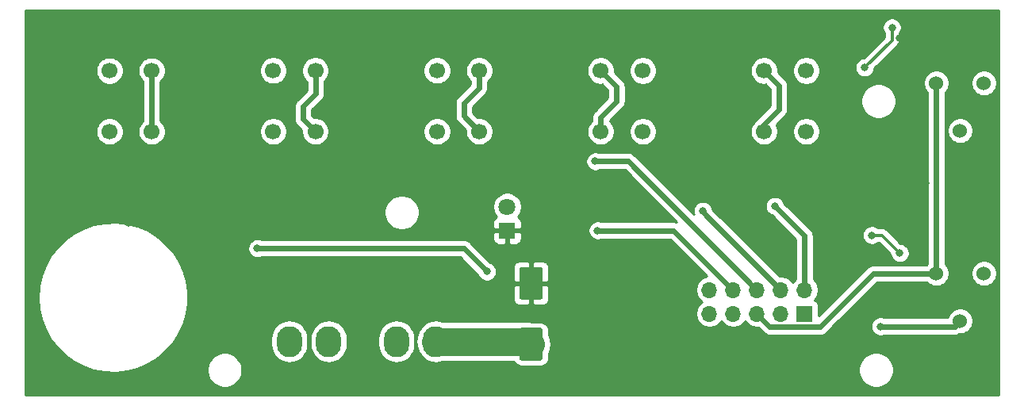
<source format=gbr>
G04 #@! TF.GenerationSoftware,KiCad,Pcbnew,(5.1.12-1-10_14)*
G04 #@! TF.CreationDate,2021-11-28T13:27:24+11:00*
G04 #@! TF.ProjectId,RWR_Control_Panel_V2,5257525f-436f-46e7-9472-6f6c5f50616e,-*
G04 #@! TF.SameCoordinates,Original*
G04 #@! TF.FileFunction,Copper,L2,Bot*
G04 #@! TF.FilePolarity,Positive*
%FSLAX46Y46*%
G04 Gerber Fmt 4.6, Leading zero omitted, Abs format (unit mm)*
G04 Created by KiCad (PCBNEW (5.1.12-1-10_14)) date 2021-11-28 13:27:24*
%MOMM*%
%LPD*%
G01*
G04 APERTURE LIST*
G04 #@! TA.AperFunction,ComponentPad*
%ADD10C,1.700000*%
G04 #@! TD*
G04 #@! TA.AperFunction,ComponentPad*
%ADD11C,1.524000*%
G04 #@! TD*
G04 #@! TA.AperFunction,ComponentPad*
%ADD12O,1.700000X1.700000*%
G04 #@! TD*
G04 #@! TA.AperFunction,ComponentPad*
%ADD13R,1.700000X1.700000*%
G04 #@! TD*
G04 #@! TA.AperFunction,ComponentPad*
%ADD14O,2.700000X3.300000*%
G04 #@! TD*
G04 #@! TA.AperFunction,ComponentPad*
%ADD15C,1.800000*%
G04 #@! TD*
G04 #@! TA.AperFunction,ComponentPad*
%ADD16R,1.800000X1.800000*%
G04 #@! TD*
G04 #@! TA.AperFunction,ViaPad*
%ADD17C,0.800000*%
G04 #@! TD*
G04 #@! TA.AperFunction,Conductor*
%ADD18C,3.000000*%
G04 #@! TD*
G04 #@! TA.AperFunction,Conductor*
%ADD19C,0.609600*%
G04 #@! TD*
G04 #@! TA.AperFunction,Conductor*
%ADD20C,0.304800*%
G04 #@! TD*
G04 #@! TA.AperFunction,Conductor*
%ADD21C,0.254000*%
G04 #@! TD*
G04 #@! TA.AperFunction,Conductor*
%ADD22C,0.100000*%
G04 #@! TD*
G04 APERTURE END LIST*
D10*
X206221280Y-95175535D03*
X206221280Y-88675535D03*
X210721280Y-95175535D03*
X210721280Y-88675535D03*
X188784181Y-95175535D03*
X188784181Y-88675535D03*
X193284181Y-95175535D03*
X193284181Y-88675535D03*
X175817482Y-88673135D03*
X175817482Y-95173135D03*
X171317482Y-88673135D03*
X171317482Y-95173135D03*
X158329581Y-88673135D03*
X158329581Y-95173135D03*
X153829581Y-88673135D03*
X153829581Y-95173135D03*
X140854381Y-88685835D03*
X140854381Y-95185835D03*
X136354381Y-88685835D03*
X136354381Y-95185835D03*
D11*
X229690881Y-110339335D03*
X227150881Y-115419335D03*
X224610881Y-110339335D03*
X229690881Y-90019335D03*
X227150881Y-95099335D03*
X224610881Y-90019335D03*
D12*
X200395608Y-112095561D03*
X200395608Y-114635561D03*
X202935608Y-112095561D03*
X202935608Y-114635561D03*
X205475608Y-112095561D03*
X205475608Y-114635561D03*
X208015608Y-112095561D03*
X208015608Y-114635561D03*
X210555608Y-112095561D03*
D13*
X210555608Y-114635561D03*
D14*
X166985608Y-117595561D03*
X171185608Y-117595561D03*
X166985608Y-112095561D03*
G04 #@! TA.AperFunction,ComponentPad*
G36*
G01*
X172535608Y-110695562D02*
X172535608Y-113495560D01*
G75*
G02*
X172285607Y-113745561I-250001J0D01*
G01*
X170085609Y-113745561D01*
G75*
G02*
X169835608Y-113495560I0J250001D01*
G01*
X169835608Y-110695562D01*
G75*
G02*
X170085609Y-110445561I250001J0D01*
G01*
X172285607Y-110445561D01*
G75*
G02*
X172535608Y-110695562I0J-250001D01*
G01*
G37*
G04 #@! TD.AperFunction*
X155555608Y-117595561D03*
X159755608Y-117595561D03*
X155555608Y-112095561D03*
G04 #@! TA.AperFunction,ComponentPad*
G36*
G01*
X161105608Y-110695562D02*
X161105608Y-113495560D01*
G75*
G02*
X160855607Y-113745561I-250001J0D01*
G01*
X158655609Y-113745561D01*
G75*
G02*
X158405608Y-113495560I0J250001D01*
G01*
X158405608Y-110695562D01*
G75*
G02*
X158655609Y-110445561I250001J0D01*
G01*
X160855607Y-110445561D01*
G75*
G02*
X161105608Y-110695562I0J-250001D01*
G01*
G37*
G04 #@! TD.AperFunction*
D15*
X178805608Y-103205561D03*
D16*
X178805608Y-105745561D03*
G04 #@! TA.AperFunction,SMDPad,CuDef*
G36*
G01*
X180345608Y-116135561D02*
X182345608Y-116135561D01*
G75*
G02*
X182595608Y-116385561I0J-250000D01*
G01*
X182595608Y-119385561D01*
G75*
G02*
X182345608Y-119635561I-250000J0D01*
G01*
X180345608Y-119635561D01*
G75*
G02*
X180095608Y-119385561I0J250000D01*
G01*
X180095608Y-116385561D01*
G75*
G02*
X180345608Y-116135561I250000J0D01*
G01*
G37*
G04 #@! TD.AperFunction*
G04 #@! TA.AperFunction,SMDPad,CuDef*
G36*
G01*
X180345608Y-109635561D02*
X182345608Y-109635561D01*
G75*
G02*
X182595608Y-109885561I0J-250000D01*
G01*
X182595608Y-112885561D01*
G75*
G02*
X182345608Y-113135561I-250000J0D01*
G01*
X180345608Y-113135561D01*
G75*
G02*
X180095608Y-112885561I0J250000D01*
G01*
X180095608Y-109885561D01*
G75*
G02*
X180345608Y-109635561I250000J0D01*
G01*
G37*
G04 #@! TD.AperFunction*
D17*
X188195459Y-98363751D03*
X188457608Y-105745561D03*
X176646608Y-110127061D03*
X152135608Y-107650561D03*
X199697108Y-103650061D03*
X207380608Y-103142061D03*
X128672630Y-115028084D03*
X131877130Y-106251584D03*
X138409630Y-104910084D03*
X135258665Y-102473049D03*
X135295408Y-97007961D03*
X142051808Y-86809861D03*
X135394040Y-91251426D03*
X142338923Y-92288546D03*
X223509608Y-100729061D03*
X227319608Y-100729061D03*
X231002608Y-100665561D03*
X228208608Y-85298561D03*
X224525608Y-85362061D03*
X220715608Y-85235061D03*
X212016108Y-87013061D03*
X205983608Y-90505561D03*
X205031108Y-97173061D03*
X211127108Y-93299561D03*
X194426608Y-86949561D03*
X188648108Y-90569061D03*
X187822608Y-97236561D03*
X193474108Y-93045561D03*
X176011608Y-93236061D03*
X176710108Y-86949561D03*
X171058608Y-90569061D03*
X170106108Y-97300061D03*
X158993608Y-87013061D03*
X153469108Y-90505561D03*
X152643608Y-97300061D03*
X158358608Y-93236061D03*
X219872970Y-84074923D03*
X216969108Y-88346561D03*
X217731108Y-106253561D03*
X220715608Y-108158561D03*
X218641409Y-115990362D03*
D18*
X181055608Y-117595561D02*
X181345608Y-117885561D01*
X171185608Y-117595561D02*
X181055608Y-117595561D01*
D19*
X205475608Y-112095561D02*
X191743798Y-98363751D01*
X191743798Y-98363751D02*
X188195459Y-98363751D01*
X175817482Y-88673135D02*
X175817482Y-90509187D01*
X175817482Y-90509187D02*
X174170108Y-92156561D01*
X174170108Y-93525761D02*
X175817482Y-95173135D01*
X174170108Y-92156561D02*
X174170108Y-93525761D01*
X158329581Y-88673135D02*
X158329581Y-91169588D01*
X158329581Y-91169588D02*
X157025108Y-92474061D01*
X157025108Y-93868662D02*
X158329581Y-95173135D01*
X157025108Y-92474061D02*
X157025108Y-93868662D01*
X196585608Y-105745561D02*
X188457608Y-105745561D01*
X202935608Y-112095561D02*
X196585608Y-105745561D01*
X176646608Y-110127061D02*
X174170108Y-107650561D01*
X174170108Y-107650561D02*
X152135608Y-107650561D01*
X140854381Y-95185835D02*
X140854381Y-88685835D01*
X199697108Y-103777061D02*
X199697108Y-103650061D01*
X208015608Y-112095561D02*
X199697108Y-103777061D01*
X188784181Y-95175535D02*
X188784181Y-93671488D01*
X188784181Y-93671488D02*
X190489608Y-91966061D01*
X190489608Y-90380962D02*
X188784181Y-88675535D01*
X190489608Y-91966061D02*
X190489608Y-90380962D01*
X210555608Y-106317061D02*
X207380608Y-103142061D01*
X210555608Y-112095561D02*
X210555608Y-106317061D01*
X206221280Y-88675535D02*
X207825108Y-90279363D01*
X207825108Y-90279363D02*
X207825108Y-92791561D01*
X206221280Y-94395389D02*
X206221280Y-95175535D01*
X207825108Y-92791561D02*
X206221280Y-94395389D01*
D18*
X171185608Y-112095561D02*
X166985608Y-112095561D01*
X166985608Y-112095561D02*
X159755608Y-112095561D01*
X159755608Y-112095561D02*
X155555608Y-112095561D01*
D20*
X219872970Y-84074923D02*
X219872970Y-84299699D01*
X219872970Y-85442699D02*
X216969108Y-88346561D01*
X219872970Y-84074923D02*
X219872970Y-85442699D01*
X218810608Y-106253561D02*
X220715608Y-108158561D01*
X217731108Y-106253561D02*
X218810608Y-106253561D01*
D19*
X226579854Y-115990362D02*
X227150881Y-115419335D01*
X218641409Y-115990362D02*
X226579854Y-115990362D01*
X224610881Y-90019335D02*
X224610881Y-110339335D01*
X206830409Y-115990362D02*
X212248807Y-115990362D01*
X205475608Y-114635561D02*
X206830409Y-115990362D01*
X217899834Y-110339335D02*
X224610881Y-110339335D01*
X212248807Y-115990362D02*
X217899834Y-110339335D01*
D21*
X231253381Y-123331834D02*
X127395608Y-123331834D01*
X127395608Y-112879334D01*
X128696882Y-112879334D01*
X128782455Y-114048511D01*
X129037349Y-115192770D01*
X129456133Y-116287721D01*
X130029880Y-117310029D01*
X130746361Y-118237904D01*
X131590308Y-119051571D01*
X132543731Y-119733687D01*
X133586311Y-120269714D01*
X134695827Y-120648228D01*
X135848631Y-120861162D01*
X137020154Y-120903977D01*
X138185426Y-120775760D01*
X139319612Y-120479245D01*
X139335653Y-120472428D01*
X146748132Y-120472428D01*
X146748132Y-120843740D01*
X146820571Y-121207918D01*
X146962666Y-121550966D01*
X147168957Y-121859702D01*
X147431514Y-122122259D01*
X147740250Y-122328550D01*
X148083298Y-122470645D01*
X148447476Y-122543084D01*
X148818788Y-122543084D01*
X149182966Y-122470645D01*
X149526014Y-122328550D01*
X149834750Y-122122259D01*
X150097307Y-121859702D01*
X150303598Y-121550966D01*
X150445693Y-121207918D01*
X150518132Y-120843740D01*
X150518132Y-120472428D01*
X216280630Y-120472428D01*
X216280630Y-120843740D01*
X216353069Y-121207918D01*
X216495164Y-121550966D01*
X216701455Y-121859702D01*
X216964012Y-122122259D01*
X217272748Y-122328550D01*
X217615796Y-122470645D01*
X217979974Y-122543084D01*
X218351286Y-122543084D01*
X218715464Y-122470645D01*
X219058512Y-122328550D01*
X219367248Y-122122259D01*
X219629805Y-121859702D01*
X219836096Y-121550966D01*
X219978191Y-121207918D01*
X220050630Y-120843740D01*
X220050630Y-120472428D01*
X219978191Y-120108250D01*
X219836096Y-119765202D01*
X219629805Y-119456466D01*
X219367248Y-119193909D01*
X219058512Y-118987618D01*
X218715464Y-118845523D01*
X218351286Y-118773084D01*
X217979974Y-118773084D01*
X217615796Y-118845523D01*
X217272748Y-118987618D01*
X216964012Y-119193909D01*
X216701455Y-119456466D01*
X216495164Y-119765202D01*
X216353069Y-120108250D01*
X216280630Y-120472428D01*
X150518132Y-120472428D01*
X150445693Y-120108250D01*
X150303598Y-119765202D01*
X150097307Y-119456466D01*
X149834750Y-119193909D01*
X149526014Y-118987618D01*
X149182966Y-118845523D01*
X148818788Y-118773084D01*
X148447476Y-118773084D01*
X148083298Y-118845523D01*
X147740250Y-118987618D01*
X147431514Y-119193909D01*
X147168957Y-119456466D01*
X146962666Y-119765202D01*
X146820571Y-120108250D01*
X146748132Y-120472428D01*
X139335653Y-120472428D01*
X140398538Y-120020751D01*
X141399209Y-119410051D01*
X142300298Y-118660159D01*
X143082599Y-117787059D01*
X143472282Y-117198051D01*
X153570608Y-117198051D01*
X153570608Y-117993070D01*
X153599330Y-118284688D01*
X153712834Y-118658862D01*
X153897155Y-119003704D01*
X154145210Y-119305959D01*
X154447465Y-119554014D01*
X154792306Y-119738335D01*
X155166480Y-119851839D01*
X155555608Y-119890165D01*
X155944735Y-119851839D01*
X156318909Y-119738335D01*
X156663751Y-119554014D01*
X156966006Y-119305959D01*
X157214061Y-119003704D01*
X157398382Y-118658863D01*
X157511886Y-118284689D01*
X157540608Y-117993071D01*
X157540608Y-117198052D01*
X157540608Y-117198051D01*
X157770608Y-117198051D01*
X157770608Y-117993070D01*
X157799330Y-118284688D01*
X157912834Y-118658862D01*
X158097155Y-119003704D01*
X158345210Y-119305959D01*
X158647465Y-119554014D01*
X158992306Y-119738335D01*
X159366480Y-119851839D01*
X159755608Y-119890165D01*
X160144735Y-119851839D01*
X160518909Y-119738335D01*
X160863751Y-119554014D01*
X161166006Y-119305959D01*
X161414061Y-119003704D01*
X161598382Y-118658863D01*
X161711886Y-118284689D01*
X161740608Y-117993071D01*
X161740608Y-117198052D01*
X161740608Y-117198051D01*
X165000608Y-117198051D01*
X165000608Y-117993070D01*
X165029330Y-118284688D01*
X165142834Y-118658862D01*
X165327155Y-119003704D01*
X165575210Y-119305959D01*
X165877465Y-119554014D01*
X166222306Y-119738335D01*
X166596480Y-119851839D01*
X166985608Y-119890165D01*
X167374735Y-119851839D01*
X167748909Y-119738335D01*
X168093751Y-119554014D01*
X168396006Y-119305959D01*
X168644061Y-119003704D01*
X168828382Y-118658863D01*
X168941886Y-118284689D01*
X168970608Y-117993071D01*
X168970608Y-117595561D01*
X169040278Y-117595561D01*
X169081500Y-118014094D01*
X169203582Y-118416543D01*
X169401831Y-118787442D01*
X169429735Y-118821443D01*
X169527155Y-119003704D01*
X169775210Y-119305959D01*
X170077465Y-119554014D01*
X170422306Y-119738335D01*
X170796480Y-119851839D01*
X171185608Y-119890165D01*
X171574735Y-119851839D01*
X171948909Y-119738335D01*
X171963453Y-119730561D01*
X179527889Y-119730561D01*
X179607203Y-119878947D01*
X179717646Y-120013523D01*
X179852222Y-120123966D01*
X180005758Y-120206033D01*
X180172354Y-120256569D01*
X180345608Y-120273633D01*
X182345608Y-120273633D01*
X182518862Y-120256569D01*
X182685458Y-120206033D01*
X182838994Y-120123966D01*
X182973570Y-120013523D01*
X183084013Y-119878947D01*
X183166080Y-119725411D01*
X183216616Y-119558815D01*
X183233680Y-119385561D01*
X183233680Y-118882318D01*
X183327634Y-118706543D01*
X183449715Y-118304094D01*
X183490937Y-117885561D01*
X183449715Y-117467028D01*
X183327634Y-117064579D01*
X183233680Y-116888804D01*
X183233680Y-116385561D01*
X183216616Y-116212307D01*
X183166080Y-116045711D01*
X183084013Y-115892175D01*
X182973570Y-115757599D01*
X182838994Y-115647156D01*
X182685458Y-115565089D01*
X182518862Y-115514553D01*
X182345608Y-115497489D01*
X181494039Y-115497489D01*
X181474141Y-115491453D01*
X181160490Y-115460561D01*
X181160480Y-115460561D01*
X181055608Y-115450232D01*
X180950736Y-115460561D01*
X171963454Y-115460561D01*
X171948910Y-115452787D01*
X171574736Y-115339283D01*
X171185608Y-115300957D01*
X170796481Y-115339283D01*
X170422307Y-115452787D01*
X170077466Y-115637108D01*
X169775211Y-115885163D01*
X169527155Y-116187418D01*
X169429734Y-116369680D01*
X169401831Y-116403680D01*
X169203582Y-116774579D01*
X169081500Y-117177028D01*
X169040278Y-117595561D01*
X168970608Y-117595561D01*
X168970608Y-117198052D01*
X168941886Y-116906434D01*
X168828382Y-116532259D01*
X168644061Y-116187418D01*
X168396006Y-115885163D01*
X168093751Y-115637108D01*
X167748910Y-115452787D01*
X167374736Y-115339283D01*
X166985608Y-115300957D01*
X166596481Y-115339283D01*
X166222307Y-115452787D01*
X165877466Y-115637108D01*
X165575211Y-115885163D01*
X165327155Y-116187418D01*
X165142834Y-116532259D01*
X165029330Y-116906433D01*
X165000608Y-117198051D01*
X161740608Y-117198051D01*
X161711886Y-116906434D01*
X161598382Y-116532259D01*
X161414061Y-116187418D01*
X161166006Y-115885163D01*
X160863751Y-115637108D01*
X160518910Y-115452787D01*
X160144736Y-115339283D01*
X159755608Y-115300957D01*
X159366481Y-115339283D01*
X158992307Y-115452787D01*
X158647466Y-115637108D01*
X158345211Y-115885163D01*
X158097155Y-116187418D01*
X157912834Y-116532259D01*
X157799330Y-116906433D01*
X157770608Y-117198051D01*
X157540608Y-117198051D01*
X157511886Y-116906434D01*
X157398382Y-116532259D01*
X157214061Y-116187418D01*
X156966006Y-115885163D01*
X156663751Y-115637108D01*
X156318910Y-115452787D01*
X155944736Y-115339283D01*
X155555608Y-115300957D01*
X155166481Y-115339283D01*
X154792307Y-115452787D01*
X154447466Y-115637108D01*
X154145211Y-115885163D01*
X153897155Y-116187418D01*
X153712834Y-116532259D01*
X153599330Y-116906433D01*
X153570608Y-117198051D01*
X143472282Y-117198051D01*
X143729439Y-116809359D01*
X144227031Y-115747898D01*
X144564771Y-114625298D01*
X144735460Y-113465486D01*
X144735460Y-113135561D01*
X179457536Y-113135561D01*
X179469796Y-113260043D01*
X179506106Y-113379741D01*
X179565071Y-113490055D01*
X179644423Y-113586746D01*
X179741114Y-113666098D01*
X179851428Y-113725063D01*
X179971126Y-113761373D01*
X180095608Y-113773633D01*
X181059858Y-113770561D01*
X181218608Y-113611811D01*
X181218608Y-111512561D01*
X181472608Y-111512561D01*
X181472608Y-113611811D01*
X181631358Y-113770561D01*
X182595608Y-113773633D01*
X182720090Y-113761373D01*
X182839788Y-113725063D01*
X182950102Y-113666098D01*
X183046793Y-113586746D01*
X183126145Y-113490055D01*
X183185110Y-113379741D01*
X183221420Y-113260043D01*
X183233680Y-113135561D01*
X183230608Y-111671311D01*
X183071858Y-111512561D01*
X181472608Y-111512561D01*
X181218608Y-111512561D01*
X179619358Y-111512561D01*
X179460608Y-111671311D01*
X179457536Y-113135561D01*
X144735460Y-113135561D01*
X144735460Y-112293182D01*
X144564771Y-111133370D01*
X144227031Y-110010770D01*
X143729439Y-108949309D01*
X143082599Y-107971609D01*
X142703602Y-107548622D01*
X151100608Y-107548622D01*
X151100608Y-107752500D01*
X151140382Y-107952459D01*
X151218403Y-108140817D01*
X151331671Y-108310335D01*
X151475834Y-108454498D01*
X151645352Y-108567766D01*
X151833710Y-108645787D01*
X152033669Y-108685561D01*
X152237547Y-108685561D01*
X152437506Y-108645787D01*
X152571315Y-108590361D01*
X173780832Y-108590361D01*
X175673977Y-110483508D01*
X175729403Y-110617317D01*
X175842671Y-110786835D01*
X175986834Y-110930998D01*
X176156352Y-111044266D01*
X176344710Y-111122287D01*
X176544669Y-111162061D01*
X176748547Y-111162061D01*
X176948506Y-111122287D01*
X177136864Y-111044266D01*
X177306382Y-110930998D01*
X177450545Y-110786835D01*
X177563813Y-110617317D01*
X177641834Y-110428959D01*
X177681608Y-110229000D01*
X177681608Y-110025122D01*
X177641834Y-109825163D01*
X177563813Y-109636805D01*
X177562982Y-109635561D01*
X179457536Y-109635561D01*
X179460608Y-111099811D01*
X179619358Y-111258561D01*
X181218608Y-111258561D01*
X181218608Y-109159311D01*
X181472608Y-109159311D01*
X181472608Y-111258561D01*
X183071858Y-111258561D01*
X183230608Y-111099811D01*
X183233680Y-109635561D01*
X183221420Y-109511079D01*
X183185110Y-109391381D01*
X183126145Y-109281067D01*
X183046793Y-109184376D01*
X182950102Y-109105024D01*
X182839788Y-109046059D01*
X182720090Y-109009749D01*
X182595608Y-108997489D01*
X181631358Y-109000561D01*
X181472608Y-109159311D01*
X181218608Y-109159311D01*
X181059858Y-109000561D01*
X180095608Y-108997489D01*
X179971126Y-109009749D01*
X179851428Y-109046059D01*
X179741114Y-109105024D01*
X179644423Y-109184376D01*
X179565071Y-109281067D01*
X179506106Y-109391381D01*
X179469796Y-109511079D01*
X179457536Y-109635561D01*
X177562982Y-109635561D01*
X177450545Y-109467287D01*
X177306382Y-109323124D01*
X177136864Y-109209856D01*
X177003055Y-109154430D01*
X174867299Y-107018676D01*
X174837862Y-106982807D01*
X174694759Y-106865365D01*
X174531494Y-106778098D01*
X174354341Y-106724359D01*
X174216275Y-106710761D01*
X174216265Y-106710761D01*
X174170108Y-106706215D01*
X174123951Y-106710761D01*
X152571315Y-106710761D01*
X152437506Y-106655335D01*
X152388369Y-106645561D01*
X177267536Y-106645561D01*
X177279796Y-106770043D01*
X177316106Y-106889741D01*
X177375071Y-107000055D01*
X177454423Y-107096746D01*
X177551114Y-107176098D01*
X177661428Y-107235063D01*
X177781126Y-107271373D01*
X177905608Y-107283633D01*
X178519858Y-107280561D01*
X178678608Y-107121811D01*
X178678608Y-105872561D01*
X178932608Y-105872561D01*
X178932608Y-107121811D01*
X179091358Y-107280561D01*
X179705608Y-107283633D01*
X179830090Y-107271373D01*
X179949788Y-107235063D01*
X180060102Y-107176098D01*
X180156793Y-107096746D01*
X180236145Y-107000055D01*
X180295110Y-106889741D01*
X180331420Y-106770043D01*
X180343680Y-106645561D01*
X180340608Y-106031311D01*
X180181858Y-105872561D01*
X178932608Y-105872561D01*
X178678608Y-105872561D01*
X177429358Y-105872561D01*
X177270608Y-106031311D01*
X177267536Y-106645561D01*
X152388369Y-106645561D01*
X152237547Y-106615561D01*
X152033669Y-106615561D01*
X151833710Y-106655335D01*
X151645352Y-106733356D01*
X151475834Y-106846624D01*
X151331671Y-106990787D01*
X151218403Y-107160305D01*
X151140382Y-107348663D01*
X151100608Y-107548622D01*
X142703602Y-107548622D01*
X142300298Y-107098509D01*
X141399209Y-106348617D01*
X140398538Y-105737917D01*
X139319612Y-105279423D01*
X138185426Y-104982908D01*
X137020154Y-104854691D01*
X135848631Y-104897506D01*
X134695827Y-105110440D01*
X133586311Y-105488954D01*
X132543731Y-106024981D01*
X131590308Y-106707097D01*
X130746361Y-107520764D01*
X130029880Y-108448639D01*
X129456133Y-109470947D01*
X129037349Y-110565898D01*
X128782455Y-111710157D01*
X128696882Y-112879334D01*
X127395608Y-112879334D01*
X127395608Y-103644929D01*
X165648132Y-103644929D01*
X165648132Y-104016241D01*
X165720571Y-104380419D01*
X165862666Y-104723467D01*
X166068957Y-105032203D01*
X166331514Y-105294760D01*
X166640250Y-105501051D01*
X166983298Y-105643146D01*
X167347476Y-105715585D01*
X167718788Y-105715585D01*
X168082966Y-105643146D01*
X168426014Y-105501051D01*
X168734750Y-105294760D01*
X168997307Y-105032203D01*
X169122017Y-104845561D01*
X177267536Y-104845561D01*
X177270608Y-105459811D01*
X177429358Y-105618561D01*
X178678608Y-105618561D01*
X178678608Y-105598561D01*
X178932608Y-105598561D01*
X178932608Y-105618561D01*
X180181858Y-105618561D01*
X180340608Y-105459811D01*
X180343680Y-104845561D01*
X180331420Y-104721079D01*
X180295110Y-104601381D01*
X180236145Y-104491067D01*
X180156793Y-104394376D01*
X180060102Y-104315024D01*
X179949788Y-104256059D01*
X179931481Y-104250505D01*
X179997920Y-104184066D01*
X180165907Y-103932656D01*
X180281619Y-103653304D01*
X180340608Y-103356745D01*
X180340608Y-103054377D01*
X180281619Y-102757818D01*
X180165907Y-102478466D01*
X179997920Y-102227056D01*
X179784113Y-102013249D01*
X179532703Y-101845262D01*
X179253351Y-101729550D01*
X178956792Y-101670561D01*
X178654424Y-101670561D01*
X178357865Y-101729550D01*
X178078513Y-101845262D01*
X177827103Y-102013249D01*
X177613296Y-102227056D01*
X177445309Y-102478466D01*
X177329597Y-102757818D01*
X177270608Y-103054377D01*
X177270608Y-103356745D01*
X177329597Y-103653304D01*
X177445309Y-103932656D01*
X177613296Y-104184066D01*
X177679735Y-104250505D01*
X177661428Y-104256059D01*
X177551114Y-104315024D01*
X177454423Y-104394376D01*
X177375071Y-104491067D01*
X177316106Y-104601381D01*
X177279796Y-104721079D01*
X177267536Y-104845561D01*
X169122017Y-104845561D01*
X169203598Y-104723467D01*
X169345693Y-104380419D01*
X169418132Y-104016241D01*
X169418132Y-103644929D01*
X169345693Y-103280751D01*
X169203598Y-102937703D01*
X168997307Y-102628967D01*
X168734750Y-102366410D01*
X168426014Y-102160119D01*
X168082966Y-102018024D01*
X167718788Y-101945585D01*
X167347476Y-101945585D01*
X166983298Y-102018024D01*
X166640250Y-102160119D01*
X166331514Y-102366410D01*
X166068957Y-102628967D01*
X165862666Y-102937703D01*
X165720571Y-103280751D01*
X165648132Y-103644929D01*
X127395608Y-103644929D01*
X127395608Y-98261812D01*
X187160459Y-98261812D01*
X187160459Y-98465690D01*
X187200233Y-98665649D01*
X187278254Y-98854007D01*
X187391522Y-99023525D01*
X187535685Y-99167688D01*
X187705203Y-99280956D01*
X187893561Y-99358977D01*
X188093520Y-99398751D01*
X188297398Y-99398751D01*
X188497357Y-99358977D01*
X188631166Y-99303551D01*
X191354522Y-99303551D01*
X196914086Y-104863115D01*
X196769841Y-104819359D01*
X196631775Y-104805761D01*
X196631765Y-104805761D01*
X196585608Y-104801215D01*
X196539451Y-104805761D01*
X188893315Y-104805761D01*
X188759506Y-104750335D01*
X188559547Y-104710561D01*
X188355669Y-104710561D01*
X188155710Y-104750335D01*
X187967352Y-104828356D01*
X187797834Y-104941624D01*
X187653671Y-105085787D01*
X187540403Y-105255305D01*
X187462382Y-105443663D01*
X187422608Y-105643622D01*
X187422608Y-105847500D01*
X187462382Y-106047459D01*
X187540403Y-106235817D01*
X187653671Y-106405335D01*
X187797834Y-106549498D01*
X187967352Y-106662766D01*
X188155710Y-106740787D01*
X188355669Y-106780561D01*
X188559547Y-106780561D01*
X188759506Y-106740787D01*
X188893315Y-106685361D01*
X196196332Y-106685361D01*
X200142737Y-110631767D01*
X199962450Y-110667629D01*
X199692197Y-110779571D01*
X199448976Y-110942086D01*
X199242133Y-111148929D01*
X199079618Y-111392150D01*
X198967676Y-111662403D01*
X198910608Y-111949301D01*
X198910608Y-112241821D01*
X198967676Y-112528719D01*
X199079618Y-112798972D01*
X199242133Y-113042193D01*
X199448976Y-113249036D01*
X199623368Y-113365561D01*
X199448976Y-113482086D01*
X199242133Y-113688929D01*
X199079618Y-113932150D01*
X198967676Y-114202403D01*
X198910608Y-114489301D01*
X198910608Y-114781821D01*
X198967676Y-115068719D01*
X199079618Y-115338972D01*
X199242133Y-115582193D01*
X199448976Y-115789036D01*
X199692197Y-115951551D01*
X199962450Y-116063493D01*
X200249348Y-116120561D01*
X200541868Y-116120561D01*
X200828766Y-116063493D01*
X201099019Y-115951551D01*
X201342240Y-115789036D01*
X201549083Y-115582193D01*
X201665608Y-115407801D01*
X201782133Y-115582193D01*
X201988976Y-115789036D01*
X202232197Y-115951551D01*
X202502450Y-116063493D01*
X202789348Y-116120561D01*
X203081868Y-116120561D01*
X203368766Y-116063493D01*
X203639019Y-115951551D01*
X203882240Y-115789036D01*
X204089083Y-115582193D01*
X204205608Y-115407801D01*
X204322133Y-115582193D01*
X204528976Y-115789036D01*
X204772197Y-115951551D01*
X205042450Y-116063493D01*
X205329348Y-116120561D01*
X205621868Y-116120561D01*
X205629928Y-116118958D01*
X206133222Y-116622252D01*
X206162655Y-116658116D01*
X206205990Y-116693680D01*
X206305757Y-116775558D01*
X206368995Y-116809359D01*
X206469023Y-116862825D01*
X206646176Y-116916564D01*
X206784242Y-116930162D01*
X206784252Y-116930162D01*
X206830409Y-116934708D01*
X206876566Y-116930162D01*
X212202650Y-116930162D01*
X212248807Y-116934708D01*
X212294964Y-116930162D01*
X212294974Y-116930162D01*
X212433040Y-116916564D01*
X212610193Y-116862825D01*
X212773458Y-116775558D01*
X212916561Y-116658116D01*
X212945998Y-116622247D01*
X213679822Y-115888423D01*
X217606409Y-115888423D01*
X217606409Y-116092301D01*
X217646183Y-116292260D01*
X217724204Y-116480618D01*
X217837472Y-116650136D01*
X217981635Y-116794299D01*
X218151153Y-116907567D01*
X218339511Y-116985588D01*
X218539470Y-117025362D01*
X218743348Y-117025362D01*
X218943307Y-116985588D01*
X219077116Y-116930162D01*
X226533697Y-116930162D01*
X226579854Y-116934708D01*
X226626011Y-116930162D01*
X226626021Y-116930162D01*
X226764087Y-116916564D01*
X226941240Y-116862825D01*
X227028217Y-116816335D01*
X227288473Y-116816335D01*
X227558371Y-116762649D01*
X227812608Y-116657340D01*
X228041416Y-116504455D01*
X228236001Y-116309870D01*
X228388886Y-116081062D01*
X228494195Y-115826825D01*
X228547881Y-115556927D01*
X228547881Y-115281743D01*
X228494195Y-115011845D01*
X228388886Y-114757608D01*
X228236001Y-114528800D01*
X228041416Y-114334215D01*
X227812608Y-114181330D01*
X227558371Y-114076021D01*
X227288473Y-114022335D01*
X227013289Y-114022335D01*
X226743391Y-114076021D01*
X226489154Y-114181330D01*
X226260346Y-114334215D01*
X226065761Y-114528800D01*
X225912876Y-114757608D01*
X225807567Y-115011845D01*
X225799866Y-115050562D01*
X219077116Y-115050562D01*
X218943307Y-114995136D01*
X218743348Y-114955362D01*
X218539470Y-114955362D01*
X218339511Y-114995136D01*
X218151153Y-115073157D01*
X217981635Y-115186425D01*
X217837472Y-115330588D01*
X217724204Y-115500106D01*
X217646183Y-115688464D01*
X217606409Y-115888423D01*
X213679822Y-115888423D01*
X218289111Y-111279135D01*
X223575026Y-111279135D01*
X223720346Y-111424455D01*
X223949154Y-111577340D01*
X224203391Y-111682649D01*
X224473289Y-111736335D01*
X224748473Y-111736335D01*
X225018371Y-111682649D01*
X225272608Y-111577340D01*
X225501416Y-111424455D01*
X225696001Y-111229870D01*
X225848886Y-111001062D01*
X225954195Y-110746825D01*
X226007881Y-110476927D01*
X226007881Y-110201743D01*
X228293881Y-110201743D01*
X228293881Y-110476927D01*
X228347567Y-110746825D01*
X228452876Y-111001062D01*
X228605761Y-111229870D01*
X228800346Y-111424455D01*
X229029154Y-111577340D01*
X229283391Y-111682649D01*
X229553289Y-111736335D01*
X229828473Y-111736335D01*
X230098371Y-111682649D01*
X230352608Y-111577340D01*
X230581416Y-111424455D01*
X230776001Y-111229870D01*
X230928886Y-111001062D01*
X231034195Y-110746825D01*
X231087881Y-110476927D01*
X231087881Y-110201743D01*
X231034195Y-109931845D01*
X230928886Y-109677608D01*
X230776001Y-109448800D01*
X230581416Y-109254215D01*
X230352608Y-109101330D01*
X230098371Y-108996021D01*
X229828473Y-108942335D01*
X229553289Y-108942335D01*
X229283391Y-108996021D01*
X229029154Y-109101330D01*
X228800346Y-109254215D01*
X228605761Y-109448800D01*
X228452876Y-109677608D01*
X228347567Y-109931845D01*
X228293881Y-110201743D01*
X226007881Y-110201743D01*
X225954195Y-109931845D01*
X225848886Y-109677608D01*
X225696001Y-109448800D01*
X225550681Y-109303480D01*
X225550681Y-94961743D01*
X225753881Y-94961743D01*
X225753881Y-95236927D01*
X225807567Y-95506825D01*
X225912876Y-95761062D01*
X226065761Y-95989870D01*
X226260346Y-96184455D01*
X226489154Y-96337340D01*
X226743391Y-96442649D01*
X227013289Y-96496335D01*
X227288473Y-96496335D01*
X227558371Y-96442649D01*
X227812608Y-96337340D01*
X228041416Y-96184455D01*
X228236001Y-95989870D01*
X228388886Y-95761062D01*
X228494195Y-95506825D01*
X228547881Y-95236927D01*
X228547881Y-94961743D01*
X228494195Y-94691845D01*
X228388886Y-94437608D01*
X228236001Y-94208800D01*
X228041416Y-94014215D01*
X227812608Y-93861330D01*
X227558371Y-93756021D01*
X227288473Y-93702335D01*
X227013289Y-93702335D01*
X226743391Y-93756021D01*
X226489154Y-93861330D01*
X226260346Y-94014215D01*
X226065761Y-94208800D01*
X225912876Y-94437608D01*
X225807567Y-94691845D01*
X225753881Y-94961743D01*
X225550681Y-94961743D01*
X225550681Y-91055190D01*
X225696001Y-90909870D01*
X225848886Y-90681062D01*
X225954195Y-90426825D01*
X226007881Y-90156927D01*
X226007881Y-89881743D01*
X228293881Y-89881743D01*
X228293881Y-90156927D01*
X228347567Y-90426825D01*
X228452876Y-90681062D01*
X228605761Y-90909870D01*
X228800346Y-91104455D01*
X229029154Y-91257340D01*
X229283391Y-91362649D01*
X229553289Y-91416335D01*
X229828473Y-91416335D01*
X230098371Y-91362649D01*
X230352608Y-91257340D01*
X230581416Y-91104455D01*
X230776001Y-90909870D01*
X230928886Y-90681062D01*
X231034195Y-90426825D01*
X231087881Y-90156927D01*
X231087881Y-89881743D01*
X231034195Y-89611845D01*
X230928886Y-89357608D01*
X230776001Y-89128800D01*
X230581416Y-88934215D01*
X230352608Y-88781330D01*
X230098371Y-88676021D01*
X229828473Y-88622335D01*
X229553289Y-88622335D01*
X229283391Y-88676021D01*
X229029154Y-88781330D01*
X228800346Y-88934215D01*
X228605761Y-89128800D01*
X228452876Y-89357608D01*
X228347567Y-89611845D01*
X228293881Y-89881743D01*
X226007881Y-89881743D01*
X225954195Y-89611845D01*
X225848886Y-89357608D01*
X225696001Y-89128800D01*
X225501416Y-88934215D01*
X225272608Y-88781330D01*
X225018371Y-88676021D01*
X224748473Y-88622335D01*
X224473289Y-88622335D01*
X224203391Y-88676021D01*
X223949154Y-88781330D01*
X223720346Y-88934215D01*
X223525761Y-89128800D01*
X223372876Y-89357608D01*
X223267567Y-89611845D01*
X223213881Y-89881743D01*
X223213881Y-90156927D01*
X223267567Y-90426825D01*
X223372876Y-90681062D01*
X223525761Y-90909870D01*
X223671081Y-91055190D01*
X223671082Y-109303479D01*
X223575026Y-109399535D01*
X217945990Y-109399535D01*
X217899833Y-109394989D01*
X217853676Y-109399535D01*
X217853667Y-109399535D01*
X217715601Y-109413133D01*
X217538448Y-109466872D01*
X217485512Y-109495167D01*
X217375182Y-109554139D01*
X217316366Y-109602409D01*
X217232080Y-109671581D01*
X217202647Y-109707445D01*
X212043680Y-114866413D01*
X212043680Y-113785561D01*
X212031420Y-113661079D01*
X211995110Y-113541381D01*
X211936145Y-113431067D01*
X211856793Y-113334376D01*
X211760102Y-113255024D01*
X211649788Y-113196059D01*
X211577228Y-113174048D01*
X211709083Y-113042193D01*
X211871598Y-112798972D01*
X211983540Y-112528719D01*
X212040608Y-112241821D01*
X212040608Y-111949301D01*
X211983540Y-111662403D01*
X211871598Y-111392150D01*
X211709083Y-111148929D01*
X211502240Y-110942086D01*
X211495408Y-110937521D01*
X211495408Y-106363217D01*
X211499954Y-106317060D01*
X211495408Y-106270903D01*
X211495408Y-106270894D01*
X211483662Y-106151622D01*
X216696108Y-106151622D01*
X216696108Y-106355500D01*
X216735882Y-106555459D01*
X216813903Y-106743817D01*
X216927171Y-106913335D01*
X217071334Y-107057498D01*
X217240852Y-107170766D01*
X217429210Y-107248787D01*
X217629169Y-107288561D01*
X217833047Y-107288561D01*
X218033006Y-107248787D01*
X218221364Y-107170766D01*
X218390882Y-107057498D01*
X218407419Y-107040961D01*
X218484458Y-107040961D01*
X219680608Y-108237112D01*
X219680608Y-108260500D01*
X219720382Y-108460459D01*
X219798403Y-108648817D01*
X219911671Y-108818335D01*
X220055834Y-108962498D01*
X220225352Y-109075766D01*
X220413710Y-109153787D01*
X220613669Y-109193561D01*
X220817547Y-109193561D01*
X221017506Y-109153787D01*
X221205864Y-109075766D01*
X221375382Y-108962498D01*
X221519545Y-108818335D01*
X221632813Y-108648817D01*
X221710834Y-108460459D01*
X221750608Y-108260500D01*
X221750608Y-108056622D01*
X221710834Y-107856663D01*
X221632813Y-107668305D01*
X221519545Y-107498787D01*
X221375382Y-107354624D01*
X221205864Y-107241356D01*
X221017506Y-107163335D01*
X220817547Y-107123561D01*
X220794159Y-107123561D01*
X219394736Y-105724139D01*
X219370077Y-105694092D01*
X219250180Y-105595695D01*
X219113391Y-105522579D01*
X218964965Y-105477555D01*
X218849281Y-105466161D01*
X218849271Y-105466161D01*
X218810608Y-105462353D01*
X218771945Y-105466161D01*
X218407419Y-105466161D01*
X218390882Y-105449624D01*
X218221364Y-105336356D01*
X218033006Y-105258335D01*
X217833047Y-105218561D01*
X217629169Y-105218561D01*
X217429210Y-105258335D01*
X217240852Y-105336356D01*
X217071334Y-105449624D01*
X216927171Y-105593787D01*
X216813903Y-105763305D01*
X216735882Y-105951663D01*
X216696108Y-106151622D01*
X211483662Y-106151622D01*
X211481810Y-106132828D01*
X211428071Y-105955675D01*
X211370250Y-105847500D01*
X211340804Y-105792409D01*
X211260116Y-105694092D01*
X211223362Y-105649307D01*
X211187498Y-105619874D01*
X208353240Y-102785617D01*
X208297813Y-102651805D01*
X208184545Y-102482287D01*
X208040382Y-102338124D01*
X207870864Y-102224856D01*
X207682506Y-102146835D01*
X207482547Y-102107061D01*
X207278669Y-102107061D01*
X207078710Y-102146835D01*
X206890352Y-102224856D01*
X206720834Y-102338124D01*
X206576671Y-102482287D01*
X206463403Y-102651805D01*
X206385382Y-102840163D01*
X206345608Y-103040122D01*
X206345608Y-103244000D01*
X206385382Y-103443959D01*
X206463403Y-103632317D01*
X206576671Y-103801835D01*
X206720834Y-103945998D01*
X206890352Y-104059266D01*
X207024164Y-104114693D01*
X209615809Y-106706339D01*
X209615808Y-110937521D01*
X209608976Y-110942086D01*
X209402133Y-111148929D01*
X209285608Y-111323321D01*
X209169083Y-111148929D01*
X208962240Y-110942086D01*
X208719019Y-110779571D01*
X208448766Y-110667629D01*
X208161868Y-110610561D01*
X207869348Y-110610561D01*
X207861289Y-110612164D01*
X200715934Y-103466811D01*
X200692334Y-103348163D01*
X200614313Y-103159805D01*
X200501045Y-102990287D01*
X200356882Y-102846124D01*
X200187364Y-102732856D01*
X199999006Y-102654835D01*
X199799047Y-102615061D01*
X199595169Y-102615061D01*
X199395210Y-102654835D01*
X199206852Y-102732856D01*
X199037334Y-102846124D01*
X198893171Y-102990287D01*
X198779903Y-103159805D01*
X198701882Y-103348163D01*
X198662108Y-103548122D01*
X198662108Y-103752000D01*
X198701882Y-103951959D01*
X198730732Y-104021609D01*
X192440989Y-97731866D01*
X192411552Y-97695997D01*
X192268449Y-97578555D01*
X192105184Y-97491288D01*
X191928031Y-97437549D01*
X191789965Y-97423951D01*
X191789955Y-97423951D01*
X191743798Y-97419405D01*
X191697641Y-97423951D01*
X188631166Y-97423951D01*
X188497357Y-97368525D01*
X188297398Y-97328751D01*
X188093520Y-97328751D01*
X187893561Y-97368525D01*
X187705203Y-97446546D01*
X187535685Y-97559814D01*
X187391522Y-97703977D01*
X187278254Y-97873495D01*
X187200233Y-98061853D01*
X187160459Y-98261812D01*
X127395608Y-98261812D01*
X127395608Y-95039575D01*
X134869381Y-95039575D01*
X134869381Y-95332095D01*
X134926449Y-95618993D01*
X135038391Y-95889246D01*
X135200906Y-96132467D01*
X135407749Y-96339310D01*
X135650970Y-96501825D01*
X135921223Y-96613767D01*
X136208121Y-96670835D01*
X136500641Y-96670835D01*
X136787539Y-96613767D01*
X137057792Y-96501825D01*
X137301013Y-96339310D01*
X137507856Y-96132467D01*
X137670371Y-95889246D01*
X137782313Y-95618993D01*
X137839381Y-95332095D01*
X137839381Y-95039575D01*
X137782313Y-94752677D01*
X137670371Y-94482424D01*
X137507856Y-94239203D01*
X137301013Y-94032360D01*
X137057792Y-93869845D01*
X136787539Y-93757903D01*
X136500641Y-93700835D01*
X136208121Y-93700835D01*
X135921223Y-93757903D01*
X135650970Y-93869845D01*
X135407749Y-94032360D01*
X135200906Y-94239203D01*
X135038391Y-94482424D01*
X134926449Y-94752677D01*
X134869381Y-95039575D01*
X127395608Y-95039575D01*
X127395608Y-88539575D01*
X134869381Y-88539575D01*
X134869381Y-88832095D01*
X134926449Y-89118993D01*
X135038391Y-89389246D01*
X135200906Y-89632467D01*
X135407749Y-89839310D01*
X135650970Y-90001825D01*
X135921223Y-90113767D01*
X136208121Y-90170835D01*
X136500641Y-90170835D01*
X136787539Y-90113767D01*
X137057792Y-90001825D01*
X137301013Y-89839310D01*
X137507856Y-89632467D01*
X137670371Y-89389246D01*
X137782313Y-89118993D01*
X137839381Y-88832095D01*
X137839381Y-88539575D01*
X139369381Y-88539575D01*
X139369381Y-88832095D01*
X139426449Y-89118993D01*
X139538391Y-89389246D01*
X139700906Y-89632467D01*
X139907749Y-89839310D01*
X139914582Y-89843876D01*
X139914581Y-94027795D01*
X139907749Y-94032360D01*
X139700906Y-94239203D01*
X139538391Y-94482424D01*
X139426449Y-94752677D01*
X139369381Y-95039575D01*
X139369381Y-95332095D01*
X139426449Y-95618993D01*
X139538391Y-95889246D01*
X139700906Y-96132467D01*
X139907749Y-96339310D01*
X140150970Y-96501825D01*
X140421223Y-96613767D01*
X140708121Y-96670835D01*
X141000641Y-96670835D01*
X141287539Y-96613767D01*
X141557792Y-96501825D01*
X141801013Y-96339310D01*
X142007856Y-96132467D01*
X142170371Y-95889246D01*
X142282313Y-95618993D01*
X142339381Y-95332095D01*
X142339381Y-95039575D01*
X142336855Y-95026875D01*
X152344581Y-95026875D01*
X152344581Y-95319395D01*
X152401649Y-95606293D01*
X152513591Y-95876546D01*
X152676106Y-96119767D01*
X152882949Y-96326610D01*
X153126170Y-96489125D01*
X153396423Y-96601067D01*
X153683321Y-96658135D01*
X153975841Y-96658135D01*
X154262739Y-96601067D01*
X154532992Y-96489125D01*
X154776213Y-96326610D01*
X154983056Y-96119767D01*
X155145571Y-95876546D01*
X155257513Y-95606293D01*
X155314581Y-95319395D01*
X155314581Y-95026875D01*
X155257513Y-94739977D01*
X155145571Y-94469724D01*
X154983056Y-94226503D01*
X154776213Y-94019660D01*
X154532992Y-93857145D01*
X154262739Y-93745203D01*
X153975841Y-93688135D01*
X153683321Y-93688135D01*
X153396423Y-93745203D01*
X153126170Y-93857145D01*
X152882949Y-94019660D01*
X152676106Y-94226503D01*
X152513591Y-94469724D01*
X152401649Y-94739977D01*
X152344581Y-95026875D01*
X142336855Y-95026875D01*
X142282313Y-94752677D01*
X142170371Y-94482424D01*
X142007856Y-94239203D01*
X141801013Y-94032360D01*
X141794181Y-94027795D01*
X141794181Y-92474061D01*
X156080762Y-92474061D01*
X156085308Y-92520219D01*
X156085309Y-93822495D01*
X156080762Y-93868662D01*
X156098907Y-94052895D01*
X156152646Y-94230048D01*
X156239912Y-94393313D01*
X156276265Y-94437608D01*
X156357355Y-94536416D01*
X156393218Y-94565848D01*
X156846184Y-95018815D01*
X156844581Y-95026875D01*
X156844581Y-95319395D01*
X156901649Y-95606293D01*
X157013591Y-95876546D01*
X157176106Y-96119767D01*
X157382949Y-96326610D01*
X157626170Y-96489125D01*
X157896423Y-96601067D01*
X158183321Y-96658135D01*
X158475841Y-96658135D01*
X158762739Y-96601067D01*
X159032992Y-96489125D01*
X159276213Y-96326610D01*
X159483056Y-96119767D01*
X159645571Y-95876546D01*
X159757513Y-95606293D01*
X159814581Y-95319395D01*
X159814581Y-95026875D01*
X169832482Y-95026875D01*
X169832482Y-95319395D01*
X169889550Y-95606293D01*
X170001492Y-95876546D01*
X170164007Y-96119767D01*
X170370850Y-96326610D01*
X170614071Y-96489125D01*
X170884324Y-96601067D01*
X171171222Y-96658135D01*
X171463742Y-96658135D01*
X171750640Y-96601067D01*
X172020893Y-96489125D01*
X172264114Y-96326610D01*
X172470957Y-96119767D01*
X172633472Y-95876546D01*
X172745414Y-95606293D01*
X172802482Y-95319395D01*
X172802482Y-95026875D01*
X172745414Y-94739977D01*
X172633472Y-94469724D01*
X172470957Y-94226503D01*
X172264114Y-94019660D01*
X172020893Y-93857145D01*
X171750640Y-93745203D01*
X171463742Y-93688135D01*
X171171222Y-93688135D01*
X170884324Y-93745203D01*
X170614071Y-93857145D01*
X170370850Y-94019660D01*
X170164007Y-94226503D01*
X170001492Y-94469724D01*
X169889550Y-94739977D01*
X169832482Y-95026875D01*
X159814581Y-95026875D01*
X159757513Y-94739977D01*
X159645571Y-94469724D01*
X159483056Y-94226503D01*
X159276213Y-94019660D01*
X159032992Y-93857145D01*
X158762739Y-93745203D01*
X158475841Y-93688135D01*
X158183321Y-93688135D01*
X158175261Y-93689738D01*
X157964908Y-93479386D01*
X157964908Y-92863337D01*
X158671684Y-92156561D01*
X173225762Y-92156561D01*
X173230308Y-92202719D01*
X173230309Y-93479594D01*
X173225762Y-93525761D01*
X173243907Y-93709994D01*
X173297646Y-93887147D01*
X173384912Y-94050412D01*
X173445067Y-94123709D01*
X173502355Y-94193515D01*
X173538218Y-94222947D01*
X174334085Y-95018815D01*
X174332482Y-95026875D01*
X174332482Y-95319395D01*
X174389550Y-95606293D01*
X174501492Y-95876546D01*
X174664007Y-96119767D01*
X174870850Y-96326610D01*
X175114071Y-96489125D01*
X175384324Y-96601067D01*
X175671222Y-96658135D01*
X175963742Y-96658135D01*
X176250640Y-96601067D01*
X176520893Y-96489125D01*
X176764114Y-96326610D01*
X176970957Y-96119767D01*
X177133472Y-95876546D01*
X177245414Y-95606293D01*
X177302482Y-95319395D01*
X177302482Y-95026875D01*
X177245414Y-94739977D01*
X177133472Y-94469724D01*
X176970957Y-94226503D01*
X176764114Y-94019660D01*
X176520893Y-93857145D01*
X176250640Y-93745203D01*
X175963742Y-93688135D01*
X175671222Y-93688135D01*
X175663162Y-93689738D01*
X175109908Y-93136485D01*
X175109908Y-92545837D01*
X176449378Y-91206369D01*
X176485236Y-91176941D01*
X176544724Y-91104455D01*
X176602678Y-91033839D01*
X176689945Y-90870573D01*
X176743684Y-90693420D01*
X176757282Y-90555354D01*
X176757282Y-90555352D01*
X176761829Y-90509187D01*
X176757282Y-90463022D01*
X176757282Y-89831175D01*
X176764114Y-89826610D01*
X176970957Y-89619767D01*
X177133472Y-89376546D01*
X177245414Y-89106293D01*
X177302482Y-88819395D01*
X177302482Y-88529275D01*
X187299181Y-88529275D01*
X187299181Y-88821795D01*
X187356249Y-89108693D01*
X187468191Y-89378946D01*
X187630706Y-89622167D01*
X187837549Y-89829010D01*
X188080770Y-89991525D01*
X188351023Y-90103467D01*
X188637921Y-90160535D01*
X188930441Y-90160535D01*
X188938501Y-90158932D01*
X189549809Y-90770240D01*
X189549808Y-91576784D01*
X188152291Y-92974302D01*
X188116428Y-93003734D01*
X188086998Y-93039595D01*
X187998985Y-93146837D01*
X187911719Y-93310102D01*
X187857980Y-93487255D01*
X187839835Y-93671488D01*
X187844382Y-93717655D01*
X187844382Y-94017495D01*
X187837549Y-94022060D01*
X187630706Y-94228903D01*
X187468191Y-94472124D01*
X187356249Y-94742377D01*
X187299181Y-95029275D01*
X187299181Y-95321795D01*
X187356249Y-95608693D01*
X187468191Y-95878946D01*
X187630706Y-96122167D01*
X187837549Y-96329010D01*
X188080770Y-96491525D01*
X188351023Y-96603467D01*
X188637921Y-96660535D01*
X188930441Y-96660535D01*
X189217339Y-96603467D01*
X189487592Y-96491525D01*
X189730813Y-96329010D01*
X189937656Y-96122167D01*
X190100171Y-95878946D01*
X190212113Y-95608693D01*
X190269181Y-95321795D01*
X190269181Y-95029275D01*
X191799181Y-95029275D01*
X191799181Y-95321795D01*
X191856249Y-95608693D01*
X191968191Y-95878946D01*
X192130706Y-96122167D01*
X192337549Y-96329010D01*
X192580770Y-96491525D01*
X192851023Y-96603467D01*
X193137921Y-96660535D01*
X193430441Y-96660535D01*
X193717339Y-96603467D01*
X193987592Y-96491525D01*
X194230813Y-96329010D01*
X194437656Y-96122167D01*
X194600171Y-95878946D01*
X194712113Y-95608693D01*
X194769181Y-95321795D01*
X194769181Y-95029275D01*
X194712113Y-94742377D01*
X194600171Y-94472124D01*
X194437656Y-94228903D01*
X194230813Y-94022060D01*
X193987592Y-93859545D01*
X193717339Y-93747603D01*
X193430441Y-93690535D01*
X193137921Y-93690535D01*
X192851023Y-93747603D01*
X192580770Y-93859545D01*
X192337549Y-94022060D01*
X192130706Y-94228903D01*
X191968191Y-94472124D01*
X191856249Y-94742377D01*
X191799181Y-95029275D01*
X190269181Y-95029275D01*
X190212113Y-94742377D01*
X190100171Y-94472124D01*
X189937656Y-94228903D01*
X189746749Y-94037996D01*
X191121498Y-92663248D01*
X191157362Y-92633815D01*
X191252453Y-92517947D01*
X191274804Y-92490713D01*
X191321449Y-92403446D01*
X191362071Y-92327447D01*
X191415810Y-92150294D01*
X191429408Y-92012228D01*
X191429408Y-92012218D01*
X191433954Y-91966061D01*
X191429408Y-91919904D01*
X191429408Y-90427119D01*
X191433954Y-90380962D01*
X191429408Y-90334805D01*
X191429408Y-90334795D01*
X191415810Y-90196729D01*
X191362071Y-90019576D01*
X191288398Y-89881743D01*
X191274804Y-89856310D01*
X191225436Y-89796156D01*
X191157362Y-89713208D01*
X191121498Y-89683775D01*
X190267578Y-88829855D01*
X190269181Y-88821795D01*
X190269181Y-88529275D01*
X191799181Y-88529275D01*
X191799181Y-88821795D01*
X191856249Y-89108693D01*
X191968191Y-89378946D01*
X192130706Y-89622167D01*
X192337549Y-89829010D01*
X192580770Y-89991525D01*
X192851023Y-90103467D01*
X193137921Y-90160535D01*
X193430441Y-90160535D01*
X193717339Y-90103467D01*
X193987592Y-89991525D01*
X194230813Y-89829010D01*
X194437656Y-89622167D01*
X194600171Y-89378946D01*
X194712113Y-89108693D01*
X194769181Y-88821795D01*
X194769181Y-88529275D01*
X204736280Y-88529275D01*
X204736280Y-88821795D01*
X204793348Y-89108693D01*
X204905290Y-89378946D01*
X205067805Y-89622167D01*
X205274648Y-89829010D01*
X205517869Y-89991525D01*
X205788122Y-90103467D01*
X206075020Y-90160535D01*
X206367540Y-90160535D01*
X206375600Y-90158932D01*
X206885308Y-90668641D01*
X206885309Y-92402283D01*
X205589395Y-93698198D01*
X205553526Y-93727635D01*
X205436084Y-93870738D01*
X205399954Y-93938333D01*
X205274648Y-94022060D01*
X205067805Y-94228903D01*
X204905290Y-94472124D01*
X204793348Y-94742377D01*
X204736280Y-95029275D01*
X204736280Y-95321795D01*
X204793348Y-95608693D01*
X204905290Y-95878946D01*
X205067805Y-96122167D01*
X205274648Y-96329010D01*
X205517869Y-96491525D01*
X205788122Y-96603467D01*
X206075020Y-96660535D01*
X206367540Y-96660535D01*
X206654438Y-96603467D01*
X206924691Y-96491525D01*
X207167912Y-96329010D01*
X207374755Y-96122167D01*
X207537270Y-95878946D01*
X207649212Y-95608693D01*
X207706280Y-95321795D01*
X207706280Y-95029275D01*
X209236280Y-95029275D01*
X209236280Y-95321795D01*
X209293348Y-95608693D01*
X209405290Y-95878946D01*
X209567805Y-96122167D01*
X209774648Y-96329010D01*
X210017869Y-96491525D01*
X210288122Y-96603467D01*
X210575020Y-96660535D01*
X210867540Y-96660535D01*
X211154438Y-96603467D01*
X211424691Y-96491525D01*
X211667912Y-96329010D01*
X211874755Y-96122167D01*
X212037270Y-95878946D01*
X212149212Y-95608693D01*
X212206280Y-95321795D01*
X212206280Y-95029275D01*
X212149212Y-94742377D01*
X212037270Y-94472124D01*
X211874755Y-94228903D01*
X211667912Y-94022060D01*
X211424691Y-93859545D01*
X211154438Y-93747603D01*
X210867540Y-93690535D01*
X210575020Y-93690535D01*
X210288122Y-93747603D01*
X210017869Y-93859545D01*
X209774648Y-94022060D01*
X209567805Y-94228903D01*
X209405290Y-94472124D01*
X209293348Y-94742377D01*
X209236280Y-95029275D01*
X207706280Y-95029275D01*
X207649212Y-94742377D01*
X207537270Y-94472124D01*
X207511776Y-94433970D01*
X208457004Y-93488743D01*
X208492862Y-93459315D01*
X208526435Y-93418407D01*
X208610303Y-93316213D01*
X208610304Y-93316212D01*
X208697571Y-93152947D01*
X208751310Y-92975794D01*
X208764908Y-92837728D01*
X208764908Y-92837719D01*
X208769454Y-92791562D01*
X208764908Y-92745405D01*
X208764908Y-91738679D01*
X216534631Y-91738679D01*
X216534631Y-92109991D01*
X216607070Y-92474169D01*
X216749165Y-92817217D01*
X216955456Y-93125953D01*
X217218013Y-93388510D01*
X217526749Y-93594801D01*
X217869797Y-93736896D01*
X218233975Y-93809335D01*
X218605287Y-93809335D01*
X218969465Y-93736896D01*
X219312513Y-93594801D01*
X219621249Y-93388510D01*
X219883806Y-93125953D01*
X220090097Y-92817217D01*
X220232192Y-92474169D01*
X220304631Y-92109991D01*
X220304631Y-91738679D01*
X220232192Y-91374501D01*
X220090097Y-91031453D01*
X219883806Y-90722717D01*
X219621249Y-90460160D01*
X219312513Y-90253869D01*
X218969465Y-90111774D01*
X218605287Y-90039335D01*
X218233975Y-90039335D01*
X217869797Y-90111774D01*
X217526749Y-90253869D01*
X217218013Y-90460160D01*
X216955456Y-90722717D01*
X216749165Y-91031453D01*
X216607070Y-91374501D01*
X216534631Y-91738679D01*
X208764908Y-91738679D01*
X208764908Y-90325519D01*
X208769454Y-90279362D01*
X208764908Y-90233205D01*
X208764908Y-90233196D01*
X208751310Y-90095130D01*
X208697571Y-89917977D01*
X208610304Y-89754712D01*
X208530893Y-89657950D01*
X208522291Y-89647468D01*
X208522290Y-89647467D01*
X208492862Y-89611609D01*
X208457004Y-89582181D01*
X207704677Y-88829855D01*
X207706280Y-88821795D01*
X207706280Y-88529275D01*
X209236280Y-88529275D01*
X209236280Y-88821795D01*
X209293348Y-89108693D01*
X209405290Y-89378946D01*
X209567805Y-89622167D01*
X209774648Y-89829010D01*
X210017869Y-89991525D01*
X210288122Y-90103467D01*
X210575020Y-90160535D01*
X210867540Y-90160535D01*
X211154438Y-90103467D01*
X211424691Y-89991525D01*
X211667912Y-89829010D01*
X211874755Y-89622167D01*
X212037270Y-89378946D01*
X212149212Y-89108693D01*
X212206280Y-88821795D01*
X212206280Y-88529275D01*
X212149659Y-88244622D01*
X215934108Y-88244622D01*
X215934108Y-88448500D01*
X215973882Y-88648459D01*
X216051903Y-88836817D01*
X216165171Y-89006335D01*
X216309334Y-89150498D01*
X216478852Y-89263766D01*
X216667210Y-89341787D01*
X216867169Y-89381561D01*
X217071047Y-89381561D01*
X217271006Y-89341787D01*
X217459364Y-89263766D01*
X217628882Y-89150498D01*
X217773045Y-89006335D01*
X217886313Y-88836817D01*
X217964334Y-88648459D01*
X218004108Y-88448500D01*
X218004108Y-88425111D01*
X220402398Y-86026822D01*
X220432439Y-86002168D01*
X220530836Y-85882271D01*
X220603952Y-85745482D01*
X220648976Y-85597056D01*
X220660370Y-85481372D01*
X220660370Y-85481363D01*
X220664178Y-85442700D01*
X220660370Y-85404037D01*
X220660370Y-84751234D01*
X220676907Y-84734697D01*
X220790175Y-84565179D01*
X220868196Y-84376821D01*
X220907970Y-84176862D01*
X220907970Y-83972984D01*
X220868196Y-83773025D01*
X220790175Y-83584667D01*
X220676907Y-83415149D01*
X220532744Y-83270986D01*
X220363226Y-83157718D01*
X220174868Y-83079697D01*
X219974909Y-83039923D01*
X219771031Y-83039923D01*
X219571072Y-83079697D01*
X219382714Y-83157718D01*
X219213196Y-83270986D01*
X219069033Y-83415149D01*
X218955765Y-83584667D01*
X218877744Y-83773025D01*
X218837970Y-83972984D01*
X218837970Y-84176862D01*
X218877744Y-84376821D01*
X218955765Y-84565179D01*
X219069033Y-84734697D01*
X219085570Y-84751234D01*
X219085571Y-85116547D01*
X216890558Y-87311561D01*
X216867169Y-87311561D01*
X216667210Y-87351335D01*
X216478852Y-87429356D01*
X216309334Y-87542624D01*
X216165171Y-87686787D01*
X216051903Y-87856305D01*
X215973882Y-88044663D01*
X215934108Y-88244622D01*
X212149659Y-88244622D01*
X212149212Y-88242377D01*
X212037270Y-87972124D01*
X211874755Y-87728903D01*
X211667912Y-87522060D01*
X211424691Y-87359545D01*
X211154438Y-87247603D01*
X210867540Y-87190535D01*
X210575020Y-87190535D01*
X210288122Y-87247603D01*
X210017869Y-87359545D01*
X209774648Y-87522060D01*
X209567805Y-87728903D01*
X209405290Y-87972124D01*
X209293348Y-88242377D01*
X209236280Y-88529275D01*
X207706280Y-88529275D01*
X207649212Y-88242377D01*
X207537270Y-87972124D01*
X207374755Y-87728903D01*
X207167912Y-87522060D01*
X206924691Y-87359545D01*
X206654438Y-87247603D01*
X206367540Y-87190535D01*
X206075020Y-87190535D01*
X205788122Y-87247603D01*
X205517869Y-87359545D01*
X205274648Y-87522060D01*
X205067805Y-87728903D01*
X204905290Y-87972124D01*
X204793348Y-88242377D01*
X204736280Y-88529275D01*
X194769181Y-88529275D01*
X194712113Y-88242377D01*
X194600171Y-87972124D01*
X194437656Y-87728903D01*
X194230813Y-87522060D01*
X193987592Y-87359545D01*
X193717339Y-87247603D01*
X193430441Y-87190535D01*
X193137921Y-87190535D01*
X192851023Y-87247603D01*
X192580770Y-87359545D01*
X192337549Y-87522060D01*
X192130706Y-87728903D01*
X191968191Y-87972124D01*
X191856249Y-88242377D01*
X191799181Y-88529275D01*
X190269181Y-88529275D01*
X190212113Y-88242377D01*
X190100171Y-87972124D01*
X189937656Y-87728903D01*
X189730813Y-87522060D01*
X189487592Y-87359545D01*
X189217339Y-87247603D01*
X188930441Y-87190535D01*
X188637921Y-87190535D01*
X188351023Y-87247603D01*
X188080770Y-87359545D01*
X187837549Y-87522060D01*
X187630706Y-87728903D01*
X187468191Y-87972124D01*
X187356249Y-88242377D01*
X187299181Y-88529275D01*
X177302482Y-88529275D01*
X177302482Y-88526875D01*
X177245414Y-88239977D01*
X177133472Y-87969724D01*
X176970957Y-87726503D01*
X176764114Y-87519660D01*
X176520893Y-87357145D01*
X176250640Y-87245203D01*
X175963742Y-87188135D01*
X175671222Y-87188135D01*
X175384324Y-87245203D01*
X175114071Y-87357145D01*
X174870850Y-87519660D01*
X174664007Y-87726503D01*
X174501492Y-87969724D01*
X174389550Y-88239977D01*
X174332482Y-88526875D01*
X174332482Y-88819395D01*
X174389550Y-89106293D01*
X174501492Y-89376546D01*
X174664007Y-89619767D01*
X174870850Y-89826610D01*
X174877683Y-89831175D01*
X174877683Y-90119909D01*
X173538223Y-91459370D01*
X173502354Y-91488807D01*
X173384912Y-91631910D01*
X173297645Y-91795176D01*
X173243906Y-91972329D01*
X173230308Y-92110395D01*
X173230308Y-92110404D01*
X173225762Y-92156561D01*
X158671684Y-92156561D01*
X158961476Y-91866770D01*
X158997335Y-91837342D01*
X159114777Y-91694239D01*
X159202044Y-91530974D01*
X159255783Y-91353821D01*
X159269381Y-91215755D01*
X159269381Y-91215746D01*
X159273927Y-91169589D01*
X159269381Y-91123432D01*
X159269381Y-89831175D01*
X159276213Y-89826610D01*
X159483056Y-89619767D01*
X159645571Y-89376546D01*
X159757513Y-89106293D01*
X159814581Y-88819395D01*
X159814581Y-88526875D01*
X169832482Y-88526875D01*
X169832482Y-88819395D01*
X169889550Y-89106293D01*
X170001492Y-89376546D01*
X170164007Y-89619767D01*
X170370850Y-89826610D01*
X170614071Y-89989125D01*
X170884324Y-90101067D01*
X171171222Y-90158135D01*
X171463742Y-90158135D01*
X171750640Y-90101067D01*
X172020893Y-89989125D01*
X172264114Y-89826610D01*
X172470957Y-89619767D01*
X172633472Y-89376546D01*
X172745414Y-89106293D01*
X172802482Y-88819395D01*
X172802482Y-88526875D01*
X172745414Y-88239977D01*
X172633472Y-87969724D01*
X172470957Y-87726503D01*
X172264114Y-87519660D01*
X172020893Y-87357145D01*
X171750640Y-87245203D01*
X171463742Y-87188135D01*
X171171222Y-87188135D01*
X170884324Y-87245203D01*
X170614071Y-87357145D01*
X170370850Y-87519660D01*
X170164007Y-87726503D01*
X170001492Y-87969724D01*
X169889550Y-88239977D01*
X169832482Y-88526875D01*
X159814581Y-88526875D01*
X159757513Y-88239977D01*
X159645571Y-87969724D01*
X159483056Y-87726503D01*
X159276213Y-87519660D01*
X159032992Y-87357145D01*
X158762739Y-87245203D01*
X158475841Y-87188135D01*
X158183321Y-87188135D01*
X157896423Y-87245203D01*
X157626170Y-87357145D01*
X157382949Y-87519660D01*
X157176106Y-87726503D01*
X157013591Y-87969724D01*
X156901649Y-88239977D01*
X156844581Y-88526875D01*
X156844581Y-88819395D01*
X156901649Y-89106293D01*
X157013591Y-89376546D01*
X157176106Y-89619767D01*
X157382949Y-89826610D01*
X157389781Y-89831175D01*
X157389782Y-90780310D01*
X156393223Y-91776870D01*
X156357354Y-91806307D01*
X156239912Y-91949410D01*
X156152645Y-92112676D01*
X156098906Y-92289829D01*
X156085308Y-92427895D01*
X156085308Y-92427904D01*
X156080762Y-92474061D01*
X141794181Y-92474061D01*
X141794181Y-89843875D01*
X141801013Y-89839310D01*
X142007856Y-89632467D01*
X142170371Y-89389246D01*
X142282313Y-89118993D01*
X142339381Y-88832095D01*
X142339381Y-88539575D01*
X142336855Y-88526875D01*
X152344581Y-88526875D01*
X152344581Y-88819395D01*
X152401649Y-89106293D01*
X152513591Y-89376546D01*
X152676106Y-89619767D01*
X152882949Y-89826610D01*
X153126170Y-89989125D01*
X153396423Y-90101067D01*
X153683321Y-90158135D01*
X153975841Y-90158135D01*
X154262739Y-90101067D01*
X154532992Y-89989125D01*
X154776213Y-89826610D01*
X154983056Y-89619767D01*
X155145571Y-89376546D01*
X155257513Y-89106293D01*
X155314581Y-88819395D01*
X155314581Y-88526875D01*
X155257513Y-88239977D01*
X155145571Y-87969724D01*
X154983056Y-87726503D01*
X154776213Y-87519660D01*
X154532992Y-87357145D01*
X154262739Y-87245203D01*
X153975841Y-87188135D01*
X153683321Y-87188135D01*
X153396423Y-87245203D01*
X153126170Y-87357145D01*
X152882949Y-87519660D01*
X152676106Y-87726503D01*
X152513591Y-87969724D01*
X152401649Y-88239977D01*
X152344581Y-88526875D01*
X142336855Y-88526875D01*
X142282313Y-88252677D01*
X142170371Y-87982424D01*
X142007856Y-87739203D01*
X141801013Y-87532360D01*
X141557792Y-87369845D01*
X141287539Y-87257903D01*
X141000641Y-87200835D01*
X140708121Y-87200835D01*
X140421223Y-87257903D01*
X140150970Y-87369845D01*
X139907749Y-87532360D01*
X139700906Y-87739203D01*
X139538391Y-87982424D01*
X139426449Y-88252677D01*
X139369381Y-88539575D01*
X137839381Y-88539575D01*
X137782313Y-88252677D01*
X137670371Y-87982424D01*
X137507856Y-87739203D01*
X137301013Y-87532360D01*
X137057792Y-87369845D01*
X136787539Y-87257903D01*
X136500641Y-87200835D01*
X136208121Y-87200835D01*
X135921223Y-87257903D01*
X135650970Y-87369845D01*
X135407749Y-87532360D01*
X135200906Y-87739203D01*
X135038391Y-87982424D01*
X134926449Y-88252677D01*
X134869381Y-88539575D01*
X127395608Y-88539575D01*
X127395608Y-82275561D01*
X231253382Y-82275561D01*
X231253381Y-123331834D01*
G04 #@! TA.AperFunction,Conductor*
D22*
G36*
X231253381Y-123331834D02*
G01*
X127395608Y-123331834D01*
X127395608Y-112879334D01*
X128696882Y-112879334D01*
X128782455Y-114048511D01*
X129037349Y-115192770D01*
X129456133Y-116287721D01*
X130029880Y-117310029D01*
X130746361Y-118237904D01*
X131590308Y-119051571D01*
X132543731Y-119733687D01*
X133586311Y-120269714D01*
X134695827Y-120648228D01*
X135848631Y-120861162D01*
X137020154Y-120903977D01*
X138185426Y-120775760D01*
X139319612Y-120479245D01*
X139335653Y-120472428D01*
X146748132Y-120472428D01*
X146748132Y-120843740D01*
X146820571Y-121207918D01*
X146962666Y-121550966D01*
X147168957Y-121859702D01*
X147431514Y-122122259D01*
X147740250Y-122328550D01*
X148083298Y-122470645D01*
X148447476Y-122543084D01*
X148818788Y-122543084D01*
X149182966Y-122470645D01*
X149526014Y-122328550D01*
X149834750Y-122122259D01*
X150097307Y-121859702D01*
X150303598Y-121550966D01*
X150445693Y-121207918D01*
X150518132Y-120843740D01*
X150518132Y-120472428D01*
X216280630Y-120472428D01*
X216280630Y-120843740D01*
X216353069Y-121207918D01*
X216495164Y-121550966D01*
X216701455Y-121859702D01*
X216964012Y-122122259D01*
X217272748Y-122328550D01*
X217615796Y-122470645D01*
X217979974Y-122543084D01*
X218351286Y-122543084D01*
X218715464Y-122470645D01*
X219058512Y-122328550D01*
X219367248Y-122122259D01*
X219629805Y-121859702D01*
X219836096Y-121550966D01*
X219978191Y-121207918D01*
X220050630Y-120843740D01*
X220050630Y-120472428D01*
X219978191Y-120108250D01*
X219836096Y-119765202D01*
X219629805Y-119456466D01*
X219367248Y-119193909D01*
X219058512Y-118987618D01*
X218715464Y-118845523D01*
X218351286Y-118773084D01*
X217979974Y-118773084D01*
X217615796Y-118845523D01*
X217272748Y-118987618D01*
X216964012Y-119193909D01*
X216701455Y-119456466D01*
X216495164Y-119765202D01*
X216353069Y-120108250D01*
X216280630Y-120472428D01*
X150518132Y-120472428D01*
X150445693Y-120108250D01*
X150303598Y-119765202D01*
X150097307Y-119456466D01*
X149834750Y-119193909D01*
X149526014Y-118987618D01*
X149182966Y-118845523D01*
X148818788Y-118773084D01*
X148447476Y-118773084D01*
X148083298Y-118845523D01*
X147740250Y-118987618D01*
X147431514Y-119193909D01*
X147168957Y-119456466D01*
X146962666Y-119765202D01*
X146820571Y-120108250D01*
X146748132Y-120472428D01*
X139335653Y-120472428D01*
X140398538Y-120020751D01*
X141399209Y-119410051D01*
X142300298Y-118660159D01*
X143082599Y-117787059D01*
X143472282Y-117198051D01*
X153570608Y-117198051D01*
X153570608Y-117993070D01*
X153599330Y-118284688D01*
X153712834Y-118658862D01*
X153897155Y-119003704D01*
X154145210Y-119305959D01*
X154447465Y-119554014D01*
X154792306Y-119738335D01*
X155166480Y-119851839D01*
X155555608Y-119890165D01*
X155944735Y-119851839D01*
X156318909Y-119738335D01*
X156663751Y-119554014D01*
X156966006Y-119305959D01*
X157214061Y-119003704D01*
X157398382Y-118658863D01*
X157511886Y-118284689D01*
X157540608Y-117993071D01*
X157540608Y-117198052D01*
X157540608Y-117198051D01*
X157770608Y-117198051D01*
X157770608Y-117993070D01*
X157799330Y-118284688D01*
X157912834Y-118658862D01*
X158097155Y-119003704D01*
X158345210Y-119305959D01*
X158647465Y-119554014D01*
X158992306Y-119738335D01*
X159366480Y-119851839D01*
X159755608Y-119890165D01*
X160144735Y-119851839D01*
X160518909Y-119738335D01*
X160863751Y-119554014D01*
X161166006Y-119305959D01*
X161414061Y-119003704D01*
X161598382Y-118658863D01*
X161711886Y-118284689D01*
X161740608Y-117993071D01*
X161740608Y-117198052D01*
X161740608Y-117198051D01*
X165000608Y-117198051D01*
X165000608Y-117993070D01*
X165029330Y-118284688D01*
X165142834Y-118658862D01*
X165327155Y-119003704D01*
X165575210Y-119305959D01*
X165877465Y-119554014D01*
X166222306Y-119738335D01*
X166596480Y-119851839D01*
X166985608Y-119890165D01*
X167374735Y-119851839D01*
X167748909Y-119738335D01*
X168093751Y-119554014D01*
X168396006Y-119305959D01*
X168644061Y-119003704D01*
X168828382Y-118658863D01*
X168941886Y-118284689D01*
X168970608Y-117993071D01*
X168970608Y-117595561D01*
X169040278Y-117595561D01*
X169081500Y-118014094D01*
X169203582Y-118416543D01*
X169401831Y-118787442D01*
X169429735Y-118821443D01*
X169527155Y-119003704D01*
X169775210Y-119305959D01*
X170077465Y-119554014D01*
X170422306Y-119738335D01*
X170796480Y-119851839D01*
X171185608Y-119890165D01*
X171574735Y-119851839D01*
X171948909Y-119738335D01*
X171963453Y-119730561D01*
X179527889Y-119730561D01*
X179607203Y-119878947D01*
X179717646Y-120013523D01*
X179852222Y-120123966D01*
X180005758Y-120206033D01*
X180172354Y-120256569D01*
X180345608Y-120273633D01*
X182345608Y-120273633D01*
X182518862Y-120256569D01*
X182685458Y-120206033D01*
X182838994Y-120123966D01*
X182973570Y-120013523D01*
X183084013Y-119878947D01*
X183166080Y-119725411D01*
X183216616Y-119558815D01*
X183233680Y-119385561D01*
X183233680Y-118882318D01*
X183327634Y-118706543D01*
X183449715Y-118304094D01*
X183490937Y-117885561D01*
X183449715Y-117467028D01*
X183327634Y-117064579D01*
X183233680Y-116888804D01*
X183233680Y-116385561D01*
X183216616Y-116212307D01*
X183166080Y-116045711D01*
X183084013Y-115892175D01*
X182973570Y-115757599D01*
X182838994Y-115647156D01*
X182685458Y-115565089D01*
X182518862Y-115514553D01*
X182345608Y-115497489D01*
X181494039Y-115497489D01*
X181474141Y-115491453D01*
X181160490Y-115460561D01*
X181160480Y-115460561D01*
X181055608Y-115450232D01*
X180950736Y-115460561D01*
X171963454Y-115460561D01*
X171948910Y-115452787D01*
X171574736Y-115339283D01*
X171185608Y-115300957D01*
X170796481Y-115339283D01*
X170422307Y-115452787D01*
X170077466Y-115637108D01*
X169775211Y-115885163D01*
X169527155Y-116187418D01*
X169429734Y-116369680D01*
X169401831Y-116403680D01*
X169203582Y-116774579D01*
X169081500Y-117177028D01*
X169040278Y-117595561D01*
X168970608Y-117595561D01*
X168970608Y-117198052D01*
X168941886Y-116906434D01*
X168828382Y-116532259D01*
X168644061Y-116187418D01*
X168396006Y-115885163D01*
X168093751Y-115637108D01*
X167748910Y-115452787D01*
X167374736Y-115339283D01*
X166985608Y-115300957D01*
X166596481Y-115339283D01*
X166222307Y-115452787D01*
X165877466Y-115637108D01*
X165575211Y-115885163D01*
X165327155Y-116187418D01*
X165142834Y-116532259D01*
X165029330Y-116906433D01*
X165000608Y-117198051D01*
X161740608Y-117198051D01*
X161711886Y-116906434D01*
X161598382Y-116532259D01*
X161414061Y-116187418D01*
X161166006Y-115885163D01*
X160863751Y-115637108D01*
X160518910Y-115452787D01*
X160144736Y-115339283D01*
X159755608Y-115300957D01*
X159366481Y-115339283D01*
X158992307Y-115452787D01*
X158647466Y-115637108D01*
X158345211Y-115885163D01*
X158097155Y-116187418D01*
X157912834Y-116532259D01*
X157799330Y-116906433D01*
X157770608Y-117198051D01*
X157540608Y-117198051D01*
X157511886Y-116906434D01*
X157398382Y-116532259D01*
X157214061Y-116187418D01*
X156966006Y-115885163D01*
X156663751Y-115637108D01*
X156318910Y-115452787D01*
X155944736Y-115339283D01*
X155555608Y-115300957D01*
X155166481Y-115339283D01*
X154792307Y-115452787D01*
X154447466Y-115637108D01*
X154145211Y-115885163D01*
X153897155Y-116187418D01*
X153712834Y-116532259D01*
X153599330Y-116906433D01*
X153570608Y-117198051D01*
X143472282Y-117198051D01*
X143729439Y-116809359D01*
X144227031Y-115747898D01*
X144564771Y-114625298D01*
X144735460Y-113465486D01*
X144735460Y-113135561D01*
X179457536Y-113135561D01*
X179469796Y-113260043D01*
X179506106Y-113379741D01*
X179565071Y-113490055D01*
X179644423Y-113586746D01*
X179741114Y-113666098D01*
X179851428Y-113725063D01*
X179971126Y-113761373D01*
X180095608Y-113773633D01*
X181059858Y-113770561D01*
X181218608Y-113611811D01*
X181218608Y-111512561D01*
X181472608Y-111512561D01*
X181472608Y-113611811D01*
X181631358Y-113770561D01*
X182595608Y-113773633D01*
X182720090Y-113761373D01*
X182839788Y-113725063D01*
X182950102Y-113666098D01*
X183046793Y-113586746D01*
X183126145Y-113490055D01*
X183185110Y-113379741D01*
X183221420Y-113260043D01*
X183233680Y-113135561D01*
X183230608Y-111671311D01*
X183071858Y-111512561D01*
X181472608Y-111512561D01*
X181218608Y-111512561D01*
X179619358Y-111512561D01*
X179460608Y-111671311D01*
X179457536Y-113135561D01*
X144735460Y-113135561D01*
X144735460Y-112293182D01*
X144564771Y-111133370D01*
X144227031Y-110010770D01*
X143729439Y-108949309D01*
X143082599Y-107971609D01*
X142703602Y-107548622D01*
X151100608Y-107548622D01*
X151100608Y-107752500D01*
X151140382Y-107952459D01*
X151218403Y-108140817D01*
X151331671Y-108310335D01*
X151475834Y-108454498D01*
X151645352Y-108567766D01*
X151833710Y-108645787D01*
X152033669Y-108685561D01*
X152237547Y-108685561D01*
X152437506Y-108645787D01*
X152571315Y-108590361D01*
X173780832Y-108590361D01*
X175673977Y-110483508D01*
X175729403Y-110617317D01*
X175842671Y-110786835D01*
X175986834Y-110930998D01*
X176156352Y-111044266D01*
X176344710Y-111122287D01*
X176544669Y-111162061D01*
X176748547Y-111162061D01*
X176948506Y-111122287D01*
X177136864Y-111044266D01*
X177306382Y-110930998D01*
X177450545Y-110786835D01*
X177563813Y-110617317D01*
X177641834Y-110428959D01*
X177681608Y-110229000D01*
X177681608Y-110025122D01*
X177641834Y-109825163D01*
X177563813Y-109636805D01*
X177562982Y-109635561D01*
X179457536Y-109635561D01*
X179460608Y-111099811D01*
X179619358Y-111258561D01*
X181218608Y-111258561D01*
X181218608Y-109159311D01*
X181472608Y-109159311D01*
X181472608Y-111258561D01*
X183071858Y-111258561D01*
X183230608Y-111099811D01*
X183233680Y-109635561D01*
X183221420Y-109511079D01*
X183185110Y-109391381D01*
X183126145Y-109281067D01*
X183046793Y-109184376D01*
X182950102Y-109105024D01*
X182839788Y-109046059D01*
X182720090Y-109009749D01*
X182595608Y-108997489D01*
X181631358Y-109000561D01*
X181472608Y-109159311D01*
X181218608Y-109159311D01*
X181059858Y-109000561D01*
X180095608Y-108997489D01*
X179971126Y-109009749D01*
X179851428Y-109046059D01*
X179741114Y-109105024D01*
X179644423Y-109184376D01*
X179565071Y-109281067D01*
X179506106Y-109391381D01*
X179469796Y-109511079D01*
X179457536Y-109635561D01*
X177562982Y-109635561D01*
X177450545Y-109467287D01*
X177306382Y-109323124D01*
X177136864Y-109209856D01*
X177003055Y-109154430D01*
X174867299Y-107018676D01*
X174837862Y-106982807D01*
X174694759Y-106865365D01*
X174531494Y-106778098D01*
X174354341Y-106724359D01*
X174216275Y-106710761D01*
X174216265Y-106710761D01*
X174170108Y-106706215D01*
X174123951Y-106710761D01*
X152571315Y-106710761D01*
X152437506Y-106655335D01*
X152388369Y-106645561D01*
X177267536Y-106645561D01*
X177279796Y-106770043D01*
X177316106Y-106889741D01*
X177375071Y-107000055D01*
X177454423Y-107096746D01*
X177551114Y-107176098D01*
X177661428Y-107235063D01*
X177781126Y-107271373D01*
X177905608Y-107283633D01*
X178519858Y-107280561D01*
X178678608Y-107121811D01*
X178678608Y-105872561D01*
X178932608Y-105872561D01*
X178932608Y-107121811D01*
X179091358Y-107280561D01*
X179705608Y-107283633D01*
X179830090Y-107271373D01*
X179949788Y-107235063D01*
X180060102Y-107176098D01*
X180156793Y-107096746D01*
X180236145Y-107000055D01*
X180295110Y-106889741D01*
X180331420Y-106770043D01*
X180343680Y-106645561D01*
X180340608Y-106031311D01*
X180181858Y-105872561D01*
X178932608Y-105872561D01*
X178678608Y-105872561D01*
X177429358Y-105872561D01*
X177270608Y-106031311D01*
X177267536Y-106645561D01*
X152388369Y-106645561D01*
X152237547Y-106615561D01*
X152033669Y-106615561D01*
X151833710Y-106655335D01*
X151645352Y-106733356D01*
X151475834Y-106846624D01*
X151331671Y-106990787D01*
X151218403Y-107160305D01*
X151140382Y-107348663D01*
X151100608Y-107548622D01*
X142703602Y-107548622D01*
X142300298Y-107098509D01*
X141399209Y-106348617D01*
X140398538Y-105737917D01*
X139319612Y-105279423D01*
X138185426Y-104982908D01*
X137020154Y-104854691D01*
X135848631Y-104897506D01*
X134695827Y-105110440D01*
X133586311Y-105488954D01*
X132543731Y-106024981D01*
X131590308Y-106707097D01*
X130746361Y-107520764D01*
X130029880Y-108448639D01*
X129456133Y-109470947D01*
X129037349Y-110565898D01*
X128782455Y-111710157D01*
X128696882Y-112879334D01*
X127395608Y-112879334D01*
X127395608Y-103644929D01*
X165648132Y-103644929D01*
X165648132Y-104016241D01*
X165720571Y-104380419D01*
X165862666Y-104723467D01*
X166068957Y-105032203D01*
X166331514Y-105294760D01*
X166640250Y-105501051D01*
X166983298Y-105643146D01*
X167347476Y-105715585D01*
X167718788Y-105715585D01*
X168082966Y-105643146D01*
X168426014Y-105501051D01*
X168734750Y-105294760D01*
X168997307Y-105032203D01*
X169122017Y-104845561D01*
X177267536Y-104845561D01*
X177270608Y-105459811D01*
X177429358Y-105618561D01*
X178678608Y-105618561D01*
X178678608Y-105598561D01*
X178932608Y-105598561D01*
X178932608Y-105618561D01*
X180181858Y-105618561D01*
X180340608Y-105459811D01*
X180343680Y-104845561D01*
X180331420Y-104721079D01*
X180295110Y-104601381D01*
X180236145Y-104491067D01*
X180156793Y-104394376D01*
X180060102Y-104315024D01*
X179949788Y-104256059D01*
X179931481Y-104250505D01*
X179997920Y-104184066D01*
X180165907Y-103932656D01*
X180281619Y-103653304D01*
X180340608Y-103356745D01*
X180340608Y-103054377D01*
X180281619Y-102757818D01*
X180165907Y-102478466D01*
X179997920Y-102227056D01*
X179784113Y-102013249D01*
X179532703Y-101845262D01*
X179253351Y-101729550D01*
X178956792Y-101670561D01*
X178654424Y-101670561D01*
X178357865Y-101729550D01*
X178078513Y-101845262D01*
X177827103Y-102013249D01*
X177613296Y-102227056D01*
X177445309Y-102478466D01*
X177329597Y-102757818D01*
X177270608Y-103054377D01*
X177270608Y-103356745D01*
X177329597Y-103653304D01*
X177445309Y-103932656D01*
X177613296Y-104184066D01*
X177679735Y-104250505D01*
X177661428Y-104256059D01*
X177551114Y-104315024D01*
X177454423Y-104394376D01*
X177375071Y-104491067D01*
X177316106Y-104601381D01*
X177279796Y-104721079D01*
X177267536Y-104845561D01*
X169122017Y-104845561D01*
X169203598Y-104723467D01*
X169345693Y-104380419D01*
X169418132Y-104016241D01*
X169418132Y-103644929D01*
X169345693Y-103280751D01*
X169203598Y-102937703D01*
X168997307Y-102628967D01*
X168734750Y-102366410D01*
X168426014Y-102160119D01*
X168082966Y-102018024D01*
X167718788Y-101945585D01*
X167347476Y-101945585D01*
X166983298Y-102018024D01*
X166640250Y-102160119D01*
X166331514Y-102366410D01*
X166068957Y-102628967D01*
X165862666Y-102937703D01*
X165720571Y-103280751D01*
X165648132Y-103644929D01*
X127395608Y-103644929D01*
X127395608Y-98261812D01*
X187160459Y-98261812D01*
X187160459Y-98465690D01*
X187200233Y-98665649D01*
X187278254Y-98854007D01*
X187391522Y-99023525D01*
X187535685Y-99167688D01*
X187705203Y-99280956D01*
X187893561Y-99358977D01*
X188093520Y-99398751D01*
X188297398Y-99398751D01*
X188497357Y-99358977D01*
X188631166Y-99303551D01*
X191354522Y-99303551D01*
X196914086Y-104863115D01*
X196769841Y-104819359D01*
X196631775Y-104805761D01*
X196631765Y-104805761D01*
X196585608Y-104801215D01*
X196539451Y-104805761D01*
X188893315Y-104805761D01*
X188759506Y-104750335D01*
X188559547Y-104710561D01*
X188355669Y-104710561D01*
X188155710Y-104750335D01*
X187967352Y-104828356D01*
X187797834Y-104941624D01*
X187653671Y-105085787D01*
X187540403Y-105255305D01*
X187462382Y-105443663D01*
X187422608Y-105643622D01*
X187422608Y-105847500D01*
X187462382Y-106047459D01*
X187540403Y-106235817D01*
X187653671Y-106405335D01*
X187797834Y-106549498D01*
X187967352Y-106662766D01*
X188155710Y-106740787D01*
X188355669Y-106780561D01*
X188559547Y-106780561D01*
X188759506Y-106740787D01*
X188893315Y-106685361D01*
X196196332Y-106685361D01*
X200142737Y-110631767D01*
X199962450Y-110667629D01*
X199692197Y-110779571D01*
X199448976Y-110942086D01*
X199242133Y-111148929D01*
X199079618Y-111392150D01*
X198967676Y-111662403D01*
X198910608Y-111949301D01*
X198910608Y-112241821D01*
X198967676Y-112528719D01*
X199079618Y-112798972D01*
X199242133Y-113042193D01*
X199448976Y-113249036D01*
X199623368Y-113365561D01*
X199448976Y-113482086D01*
X199242133Y-113688929D01*
X199079618Y-113932150D01*
X198967676Y-114202403D01*
X198910608Y-114489301D01*
X198910608Y-114781821D01*
X198967676Y-115068719D01*
X199079618Y-115338972D01*
X199242133Y-115582193D01*
X199448976Y-115789036D01*
X199692197Y-115951551D01*
X199962450Y-116063493D01*
X200249348Y-116120561D01*
X200541868Y-116120561D01*
X200828766Y-116063493D01*
X201099019Y-115951551D01*
X201342240Y-115789036D01*
X201549083Y-115582193D01*
X201665608Y-115407801D01*
X201782133Y-115582193D01*
X201988976Y-115789036D01*
X202232197Y-115951551D01*
X202502450Y-116063493D01*
X202789348Y-116120561D01*
X203081868Y-116120561D01*
X203368766Y-116063493D01*
X203639019Y-115951551D01*
X203882240Y-115789036D01*
X204089083Y-115582193D01*
X204205608Y-115407801D01*
X204322133Y-115582193D01*
X204528976Y-115789036D01*
X204772197Y-115951551D01*
X205042450Y-116063493D01*
X205329348Y-116120561D01*
X205621868Y-116120561D01*
X205629928Y-116118958D01*
X206133222Y-116622252D01*
X206162655Y-116658116D01*
X206205990Y-116693680D01*
X206305757Y-116775558D01*
X206368995Y-116809359D01*
X206469023Y-116862825D01*
X206646176Y-116916564D01*
X206784242Y-116930162D01*
X206784252Y-116930162D01*
X206830409Y-116934708D01*
X206876566Y-116930162D01*
X212202650Y-116930162D01*
X212248807Y-116934708D01*
X212294964Y-116930162D01*
X212294974Y-116930162D01*
X212433040Y-116916564D01*
X212610193Y-116862825D01*
X212773458Y-116775558D01*
X212916561Y-116658116D01*
X212945998Y-116622247D01*
X213679822Y-115888423D01*
X217606409Y-115888423D01*
X217606409Y-116092301D01*
X217646183Y-116292260D01*
X217724204Y-116480618D01*
X217837472Y-116650136D01*
X217981635Y-116794299D01*
X218151153Y-116907567D01*
X218339511Y-116985588D01*
X218539470Y-117025362D01*
X218743348Y-117025362D01*
X218943307Y-116985588D01*
X219077116Y-116930162D01*
X226533697Y-116930162D01*
X226579854Y-116934708D01*
X226626011Y-116930162D01*
X226626021Y-116930162D01*
X226764087Y-116916564D01*
X226941240Y-116862825D01*
X227028217Y-116816335D01*
X227288473Y-116816335D01*
X227558371Y-116762649D01*
X227812608Y-116657340D01*
X228041416Y-116504455D01*
X228236001Y-116309870D01*
X228388886Y-116081062D01*
X228494195Y-115826825D01*
X228547881Y-115556927D01*
X228547881Y-115281743D01*
X228494195Y-115011845D01*
X228388886Y-114757608D01*
X228236001Y-114528800D01*
X228041416Y-114334215D01*
X227812608Y-114181330D01*
X227558371Y-114076021D01*
X227288473Y-114022335D01*
X227013289Y-114022335D01*
X226743391Y-114076021D01*
X226489154Y-114181330D01*
X226260346Y-114334215D01*
X226065761Y-114528800D01*
X225912876Y-114757608D01*
X225807567Y-115011845D01*
X225799866Y-115050562D01*
X219077116Y-115050562D01*
X218943307Y-114995136D01*
X218743348Y-114955362D01*
X218539470Y-114955362D01*
X218339511Y-114995136D01*
X218151153Y-115073157D01*
X217981635Y-115186425D01*
X217837472Y-115330588D01*
X217724204Y-115500106D01*
X217646183Y-115688464D01*
X217606409Y-115888423D01*
X213679822Y-115888423D01*
X218289111Y-111279135D01*
X223575026Y-111279135D01*
X223720346Y-111424455D01*
X223949154Y-111577340D01*
X224203391Y-111682649D01*
X224473289Y-111736335D01*
X224748473Y-111736335D01*
X225018371Y-111682649D01*
X225272608Y-111577340D01*
X225501416Y-111424455D01*
X225696001Y-111229870D01*
X225848886Y-111001062D01*
X225954195Y-110746825D01*
X226007881Y-110476927D01*
X226007881Y-110201743D01*
X228293881Y-110201743D01*
X228293881Y-110476927D01*
X228347567Y-110746825D01*
X228452876Y-111001062D01*
X228605761Y-111229870D01*
X228800346Y-111424455D01*
X229029154Y-111577340D01*
X229283391Y-111682649D01*
X229553289Y-111736335D01*
X229828473Y-111736335D01*
X230098371Y-111682649D01*
X230352608Y-111577340D01*
X230581416Y-111424455D01*
X230776001Y-111229870D01*
X230928886Y-111001062D01*
X231034195Y-110746825D01*
X231087881Y-110476927D01*
X231087881Y-110201743D01*
X231034195Y-109931845D01*
X230928886Y-109677608D01*
X230776001Y-109448800D01*
X230581416Y-109254215D01*
X230352608Y-109101330D01*
X230098371Y-108996021D01*
X229828473Y-108942335D01*
X229553289Y-108942335D01*
X229283391Y-108996021D01*
X229029154Y-109101330D01*
X228800346Y-109254215D01*
X228605761Y-109448800D01*
X228452876Y-109677608D01*
X228347567Y-109931845D01*
X228293881Y-110201743D01*
X226007881Y-110201743D01*
X225954195Y-109931845D01*
X225848886Y-109677608D01*
X225696001Y-109448800D01*
X225550681Y-109303480D01*
X225550681Y-94961743D01*
X225753881Y-94961743D01*
X225753881Y-95236927D01*
X225807567Y-95506825D01*
X225912876Y-95761062D01*
X226065761Y-95989870D01*
X226260346Y-96184455D01*
X226489154Y-96337340D01*
X226743391Y-96442649D01*
X227013289Y-96496335D01*
X227288473Y-96496335D01*
X227558371Y-96442649D01*
X227812608Y-96337340D01*
X228041416Y-96184455D01*
X228236001Y-95989870D01*
X228388886Y-95761062D01*
X228494195Y-95506825D01*
X228547881Y-95236927D01*
X228547881Y-94961743D01*
X228494195Y-94691845D01*
X228388886Y-94437608D01*
X228236001Y-94208800D01*
X228041416Y-94014215D01*
X227812608Y-93861330D01*
X227558371Y-93756021D01*
X227288473Y-93702335D01*
X227013289Y-93702335D01*
X226743391Y-93756021D01*
X226489154Y-93861330D01*
X226260346Y-94014215D01*
X226065761Y-94208800D01*
X225912876Y-94437608D01*
X225807567Y-94691845D01*
X225753881Y-94961743D01*
X225550681Y-94961743D01*
X225550681Y-91055190D01*
X225696001Y-90909870D01*
X225848886Y-90681062D01*
X225954195Y-90426825D01*
X226007881Y-90156927D01*
X226007881Y-89881743D01*
X228293881Y-89881743D01*
X228293881Y-90156927D01*
X228347567Y-90426825D01*
X228452876Y-90681062D01*
X228605761Y-90909870D01*
X228800346Y-91104455D01*
X229029154Y-91257340D01*
X229283391Y-91362649D01*
X229553289Y-91416335D01*
X229828473Y-91416335D01*
X230098371Y-91362649D01*
X230352608Y-91257340D01*
X230581416Y-91104455D01*
X230776001Y-90909870D01*
X230928886Y-90681062D01*
X231034195Y-90426825D01*
X231087881Y-90156927D01*
X231087881Y-89881743D01*
X231034195Y-89611845D01*
X230928886Y-89357608D01*
X230776001Y-89128800D01*
X230581416Y-88934215D01*
X230352608Y-88781330D01*
X230098371Y-88676021D01*
X229828473Y-88622335D01*
X229553289Y-88622335D01*
X229283391Y-88676021D01*
X229029154Y-88781330D01*
X228800346Y-88934215D01*
X228605761Y-89128800D01*
X228452876Y-89357608D01*
X228347567Y-89611845D01*
X228293881Y-89881743D01*
X226007881Y-89881743D01*
X225954195Y-89611845D01*
X225848886Y-89357608D01*
X225696001Y-89128800D01*
X225501416Y-88934215D01*
X225272608Y-88781330D01*
X225018371Y-88676021D01*
X224748473Y-88622335D01*
X224473289Y-88622335D01*
X224203391Y-88676021D01*
X223949154Y-88781330D01*
X223720346Y-88934215D01*
X223525761Y-89128800D01*
X223372876Y-89357608D01*
X223267567Y-89611845D01*
X223213881Y-89881743D01*
X223213881Y-90156927D01*
X223267567Y-90426825D01*
X223372876Y-90681062D01*
X223525761Y-90909870D01*
X223671081Y-91055190D01*
X223671082Y-109303479D01*
X223575026Y-109399535D01*
X217945990Y-109399535D01*
X217899833Y-109394989D01*
X217853676Y-109399535D01*
X217853667Y-109399535D01*
X217715601Y-109413133D01*
X217538448Y-109466872D01*
X217485512Y-109495167D01*
X217375182Y-109554139D01*
X217316366Y-109602409D01*
X217232080Y-109671581D01*
X217202647Y-109707445D01*
X212043680Y-114866413D01*
X212043680Y-113785561D01*
X212031420Y-113661079D01*
X211995110Y-113541381D01*
X211936145Y-113431067D01*
X211856793Y-113334376D01*
X211760102Y-113255024D01*
X211649788Y-113196059D01*
X211577228Y-113174048D01*
X211709083Y-113042193D01*
X211871598Y-112798972D01*
X211983540Y-112528719D01*
X212040608Y-112241821D01*
X212040608Y-111949301D01*
X211983540Y-111662403D01*
X211871598Y-111392150D01*
X211709083Y-111148929D01*
X211502240Y-110942086D01*
X211495408Y-110937521D01*
X211495408Y-106363217D01*
X211499954Y-106317060D01*
X211495408Y-106270903D01*
X211495408Y-106270894D01*
X211483662Y-106151622D01*
X216696108Y-106151622D01*
X216696108Y-106355500D01*
X216735882Y-106555459D01*
X216813903Y-106743817D01*
X216927171Y-106913335D01*
X217071334Y-107057498D01*
X217240852Y-107170766D01*
X217429210Y-107248787D01*
X217629169Y-107288561D01*
X217833047Y-107288561D01*
X218033006Y-107248787D01*
X218221364Y-107170766D01*
X218390882Y-107057498D01*
X218407419Y-107040961D01*
X218484458Y-107040961D01*
X219680608Y-108237112D01*
X219680608Y-108260500D01*
X219720382Y-108460459D01*
X219798403Y-108648817D01*
X219911671Y-108818335D01*
X220055834Y-108962498D01*
X220225352Y-109075766D01*
X220413710Y-109153787D01*
X220613669Y-109193561D01*
X220817547Y-109193561D01*
X221017506Y-109153787D01*
X221205864Y-109075766D01*
X221375382Y-108962498D01*
X221519545Y-108818335D01*
X221632813Y-108648817D01*
X221710834Y-108460459D01*
X221750608Y-108260500D01*
X221750608Y-108056622D01*
X221710834Y-107856663D01*
X221632813Y-107668305D01*
X221519545Y-107498787D01*
X221375382Y-107354624D01*
X221205864Y-107241356D01*
X221017506Y-107163335D01*
X220817547Y-107123561D01*
X220794159Y-107123561D01*
X219394736Y-105724139D01*
X219370077Y-105694092D01*
X219250180Y-105595695D01*
X219113391Y-105522579D01*
X218964965Y-105477555D01*
X218849281Y-105466161D01*
X218849271Y-105466161D01*
X218810608Y-105462353D01*
X218771945Y-105466161D01*
X218407419Y-105466161D01*
X218390882Y-105449624D01*
X218221364Y-105336356D01*
X218033006Y-105258335D01*
X217833047Y-105218561D01*
X217629169Y-105218561D01*
X217429210Y-105258335D01*
X217240852Y-105336356D01*
X217071334Y-105449624D01*
X216927171Y-105593787D01*
X216813903Y-105763305D01*
X216735882Y-105951663D01*
X216696108Y-106151622D01*
X211483662Y-106151622D01*
X211481810Y-106132828D01*
X211428071Y-105955675D01*
X211370250Y-105847500D01*
X211340804Y-105792409D01*
X211260116Y-105694092D01*
X211223362Y-105649307D01*
X211187498Y-105619874D01*
X208353240Y-102785617D01*
X208297813Y-102651805D01*
X208184545Y-102482287D01*
X208040382Y-102338124D01*
X207870864Y-102224856D01*
X207682506Y-102146835D01*
X207482547Y-102107061D01*
X207278669Y-102107061D01*
X207078710Y-102146835D01*
X206890352Y-102224856D01*
X206720834Y-102338124D01*
X206576671Y-102482287D01*
X206463403Y-102651805D01*
X206385382Y-102840163D01*
X206345608Y-103040122D01*
X206345608Y-103244000D01*
X206385382Y-103443959D01*
X206463403Y-103632317D01*
X206576671Y-103801835D01*
X206720834Y-103945998D01*
X206890352Y-104059266D01*
X207024164Y-104114693D01*
X209615809Y-106706339D01*
X209615808Y-110937521D01*
X209608976Y-110942086D01*
X209402133Y-111148929D01*
X209285608Y-111323321D01*
X209169083Y-111148929D01*
X208962240Y-110942086D01*
X208719019Y-110779571D01*
X208448766Y-110667629D01*
X208161868Y-110610561D01*
X207869348Y-110610561D01*
X207861289Y-110612164D01*
X200715934Y-103466811D01*
X200692334Y-103348163D01*
X200614313Y-103159805D01*
X200501045Y-102990287D01*
X200356882Y-102846124D01*
X200187364Y-102732856D01*
X199999006Y-102654835D01*
X199799047Y-102615061D01*
X199595169Y-102615061D01*
X199395210Y-102654835D01*
X199206852Y-102732856D01*
X199037334Y-102846124D01*
X198893171Y-102990287D01*
X198779903Y-103159805D01*
X198701882Y-103348163D01*
X198662108Y-103548122D01*
X198662108Y-103752000D01*
X198701882Y-103951959D01*
X198730732Y-104021609D01*
X192440989Y-97731866D01*
X192411552Y-97695997D01*
X192268449Y-97578555D01*
X192105184Y-97491288D01*
X191928031Y-97437549D01*
X191789965Y-97423951D01*
X191789955Y-97423951D01*
X191743798Y-97419405D01*
X191697641Y-97423951D01*
X188631166Y-97423951D01*
X188497357Y-97368525D01*
X188297398Y-97328751D01*
X188093520Y-97328751D01*
X187893561Y-97368525D01*
X187705203Y-97446546D01*
X187535685Y-97559814D01*
X187391522Y-97703977D01*
X187278254Y-97873495D01*
X187200233Y-98061853D01*
X187160459Y-98261812D01*
X127395608Y-98261812D01*
X127395608Y-95039575D01*
X134869381Y-95039575D01*
X134869381Y-95332095D01*
X134926449Y-95618993D01*
X135038391Y-95889246D01*
X135200906Y-96132467D01*
X135407749Y-96339310D01*
X135650970Y-96501825D01*
X135921223Y-96613767D01*
X136208121Y-96670835D01*
X136500641Y-96670835D01*
X136787539Y-96613767D01*
X137057792Y-96501825D01*
X137301013Y-96339310D01*
X137507856Y-96132467D01*
X137670371Y-95889246D01*
X137782313Y-95618993D01*
X137839381Y-95332095D01*
X137839381Y-95039575D01*
X137782313Y-94752677D01*
X137670371Y-94482424D01*
X137507856Y-94239203D01*
X137301013Y-94032360D01*
X137057792Y-93869845D01*
X136787539Y-93757903D01*
X136500641Y-93700835D01*
X136208121Y-93700835D01*
X135921223Y-93757903D01*
X135650970Y-93869845D01*
X135407749Y-94032360D01*
X135200906Y-94239203D01*
X135038391Y-94482424D01*
X134926449Y-94752677D01*
X134869381Y-95039575D01*
X127395608Y-95039575D01*
X127395608Y-88539575D01*
X134869381Y-88539575D01*
X134869381Y-88832095D01*
X134926449Y-89118993D01*
X135038391Y-89389246D01*
X135200906Y-89632467D01*
X135407749Y-89839310D01*
X135650970Y-90001825D01*
X135921223Y-90113767D01*
X136208121Y-90170835D01*
X136500641Y-90170835D01*
X136787539Y-90113767D01*
X137057792Y-90001825D01*
X137301013Y-89839310D01*
X137507856Y-89632467D01*
X137670371Y-89389246D01*
X137782313Y-89118993D01*
X137839381Y-88832095D01*
X137839381Y-88539575D01*
X139369381Y-88539575D01*
X139369381Y-88832095D01*
X139426449Y-89118993D01*
X139538391Y-89389246D01*
X139700906Y-89632467D01*
X139907749Y-89839310D01*
X139914582Y-89843876D01*
X139914581Y-94027795D01*
X139907749Y-94032360D01*
X139700906Y-94239203D01*
X139538391Y-94482424D01*
X139426449Y-94752677D01*
X139369381Y-95039575D01*
X139369381Y-95332095D01*
X139426449Y-95618993D01*
X139538391Y-95889246D01*
X139700906Y-96132467D01*
X139907749Y-96339310D01*
X140150970Y-96501825D01*
X140421223Y-96613767D01*
X140708121Y-96670835D01*
X141000641Y-96670835D01*
X141287539Y-96613767D01*
X141557792Y-96501825D01*
X141801013Y-96339310D01*
X142007856Y-96132467D01*
X142170371Y-95889246D01*
X142282313Y-95618993D01*
X142339381Y-95332095D01*
X142339381Y-95039575D01*
X142336855Y-95026875D01*
X152344581Y-95026875D01*
X152344581Y-95319395D01*
X152401649Y-95606293D01*
X152513591Y-95876546D01*
X152676106Y-96119767D01*
X152882949Y-96326610D01*
X153126170Y-96489125D01*
X153396423Y-96601067D01*
X153683321Y-96658135D01*
X153975841Y-96658135D01*
X154262739Y-96601067D01*
X154532992Y-96489125D01*
X154776213Y-96326610D01*
X154983056Y-96119767D01*
X155145571Y-95876546D01*
X155257513Y-95606293D01*
X155314581Y-95319395D01*
X155314581Y-95026875D01*
X155257513Y-94739977D01*
X155145571Y-94469724D01*
X154983056Y-94226503D01*
X154776213Y-94019660D01*
X154532992Y-93857145D01*
X154262739Y-93745203D01*
X153975841Y-93688135D01*
X153683321Y-93688135D01*
X153396423Y-93745203D01*
X153126170Y-93857145D01*
X152882949Y-94019660D01*
X152676106Y-94226503D01*
X152513591Y-94469724D01*
X152401649Y-94739977D01*
X152344581Y-95026875D01*
X142336855Y-95026875D01*
X142282313Y-94752677D01*
X142170371Y-94482424D01*
X142007856Y-94239203D01*
X141801013Y-94032360D01*
X141794181Y-94027795D01*
X141794181Y-92474061D01*
X156080762Y-92474061D01*
X156085308Y-92520219D01*
X156085309Y-93822495D01*
X156080762Y-93868662D01*
X156098907Y-94052895D01*
X156152646Y-94230048D01*
X156239912Y-94393313D01*
X156276265Y-94437608D01*
X156357355Y-94536416D01*
X156393218Y-94565848D01*
X156846184Y-95018815D01*
X156844581Y-95026875D01*
X156844581Y-95319395D01*
X156901649Y-95606293D01*
X157013591Y-95876546D01*
X157176106Y-96119767D01*
X157382949Y-96326610D01*
X157626170Y-96489125D01*
X157896423Y-96601067D01*
X158183321Y-96658135D01*
X158475841Y-96658135D01*
X158762739Y-96601067D01*
X159032992Y-96489125D01*
X159276213Y-96326610D01*
X159483056Y-96119767D01*
X159645571Y-95876546D01*
X159757513Y-95606293D01*
X159814581Y-95319395D01*
X159814581Y-95026875D01*
X169832482Y-95026875D01*
X169832482Y-95319395D01*
X169889550Y-95606293D01*
X170001492Y-95876546D01*
X170164007Y-96119767D01*
X170370850Y-96326610D01*
X170614071Y-96489125D01*
X170884324Y-96601067D01*
X171171222Y-96658135D01*
X171463742Y-96658135D01*
X171750640Y-96601067D01*
X172020893Y-96489125D01*
X172264114Y-96326610D01*
X172470957Y-96119767D01*
X172633472Y-95876546D01*
X172745414Y-95606293D01*
X172802482Y-95319395D01*
X172802482Y-95026875D01*
X172745414Y-94739977D01*
X172633472Y-94469724D01*
X172470957Y-94226503D01*
X172264114Y-94019660D01*
X172020893Y-93857145D01*
X171750640Y-93745203D01*
X171463742Y-93688135D01*
X171171222Y-93688135D01*
X170884324Y-93745203D01*
X170614071Y-93857145D01*
X170370850Y-94019660D01*
X170164007Y-94226503D01*
X170001492Y-94469724D01*
X169889550Y-94739977D01*
X169832482Y-95026875D01*
X159814581Y-95026875D01*
X159757513Y-94739977D01*
X159645571Y-94469724D01*
X159483056Y-94226503D01*
X159276213Y-94019660D01*
X159032992Y-93857145D01*
X158762739Y-93745203D01*
X158475841Y-93688135D01*
X158183321Y-93688135D01*
X158175261Y-93689738D01*
X157964908Y-93479386D01*
X157964908Y-92863337D01*
X158671684Y-92156561D01*
X173225762Y-92156561D01*
X173230308Y-92202719D01*
X173230309Y-93479594D01*
X173225762Y-93525761D01*
X173243907Y-93709994D01*
X173297646Y-93887147D01*
X173384912Y-94050412D01*
X173445067Y-94123709D01*
X173502355Y-94193515D01*
X173538218Y-94222947D01*
X174334085Y-95018815D01*
X174332482Y-95026875D01*
X174332482Y-95319395D01*
X174389550Y-95606293D01*
X174501492Y-95876546D01*
X174664007Y-96119767D01*
X174870850Y-96326610D01*
X175114071Y-96489125D01*
X175384324Y-96601067D01*
X175671222Y-96658135D01*
X175963742Y-96658135D01*
X176250640Y-96601067D01*
X176520893Y-96489125D01*
X176764114Y-96326610D01*
X176970957Y-96119767D01*
X177133472Y-95876546D01*
X177245414Y-95606293D01*
X177302482Y-95319395D01*
X177302482Y-95026875D01*
X177245414Y-94739977D01*
X177133472Y-94469724D01*
X176970957Y-94226503D01*
X176764114Y-94019660D01*
X176520893Y-93857145D01*
X176250640Y-93745203D01*
X175963742Y-93688135D01*
X175671222Y-93688135D01*
X175663162Y-93689738D01*
X175109908Y-93136485D01*
X175109908Y-92545837D01*
X176449378Y-91206369D01*
X176485236Y-91176941D01*
X176544724Y-91104455D01*
X176602678Y-91033839D01*
X176689945Y-90870573D01*
X176743684Y-90693420D01*
X176757282Y-90555354D01*
X176757282Y-90555352D01*
X176761829Y-90509187D01*
X176757282Y-90463022D01*
X176757282Y-89831175D01*
X176764114Y-89826610D01*
X176970957Y-89619767D01*
X177133472Y-89376546D01*
X177245414Y-89106293D01*
X177302482Y-88819395D01*
X177302482Y-88529275D01*
X187299181Y-88529275D01*
X187299181Y-88821795D01*
X187356249Y-89108693D01*
X187468191Y-89378946D01*
X187630706Y-89622167D01*
X187837549Y-89829010D01*
X188080770Y-89991525D01*
X188351023Y-90103467D01*
X188637921Y-90160535D01*
X188930441Y-90160535D01*
X188938501Y-90158932D01*
X189549809Y-90770240D01*
X189549808Y-91576784D01*
X188152291Y-92974302D01*
X188116428Y-93003734D01*
X188086998Y-93039595D01*
X187998985Y-93146837D01*
X187911719Y-93310102D01*
X187857980Y-93487255D01*
X187839835Y-93671488D01*
X187844382Y-93717655D01*
X187844382Y-94017495D01*
X187837549Y-94022060D01*
X187630706Y-94228903D01*
X187468191Y-94472124D01*
X187356249Y-94742377D01*
X187299181Y-95029275D01*
X187299181Y-95321795D01*
X187356249Y-95608693D01*
X187468191Y-95878946D01*
X187630706Y-96122167D01*
X187837549Y-96329010D01*
X188080770Y-96491525D01*
X188351023Y-96603467D01*
X188637921Y-96660535D01*
X188930441Y-96660535D01*
X189217339Y-96603467D01*
X189487592Y-96491525D01*
X189730813Y-96329010D01*
X189937656Y-96122167D01*
X190100171Y-95878946D01*
X190212113Y-95608693D01*
X190269181Y-95321795D01*
X190269181Y-95029275D01*
X191799181Y-95029275D01*
X191799181Y-95321795D01*
X191856249Y-95608693D01*
X191968191Y-95878946D01*
X192130706Y-96122167D01*
X192337549Y-96329010D01*
X192580770Y-96491525D01*
X192851023Y-96603467D01*
X193137921Y-96660535D01*
X193430441Y-96660535D01*
X193717339Y-96603467D01*
X193987592Y-96491525D01*
X194230813Y-96329010D01*
X194437656Y-96122167D01*
X194600171Y-95878946D01*
X194712113Y-95608693D01*
X194769181Y-95321795D01*
X194769181Y-95029275D01*
X194712113Y-94742377D01*
X194600171Y-94472124D01*
X194437656Y-94228903D01*
X194230813Y-94022060D01*
X193987592Y-93859545D01*
X193717339Y-93747603D01*
X193430441Y-93690535D01*
X193137921Y-93690535D01*
X192851023Y-93747603D01*
X192580770Y-93859545D01*
X192337549Y-94022060D01*
X192130706Y-94228903D01*
X191968191Y-94472124D01*
X191856249Y-94742377D01*
X191799181Y-95029275D01*
X190269181Y-95029275D01*
X190212113Y-94742377D01*
X190100171Y-94472124D01*
X189937656Y-94228903D01*
X189746749Y-94037996D01*
X191121498Y-92663248D01*
X191157362Y-92633815D01*
X191252453Y-92517947D01*
X191274804Y-92490713D01*
X191321449Y-92403446D01*
X191362071Y-92327447D01*
X191415810Y-92150294D01*
X191429408Y-92012228D01*
X191429408Y-92012218D01*
X191433954Y-91966061D01*
X191429408Y-91919904D01*
X191429408Y-90427119D01*
X191433954Y-90380962D01*
X191429408Y-90334805D01*
X191429408Y-90334795D01*
X191415810Y-90196729D01*
X191362071Y-90019576D01*
X191288398Y-89881743D01*
X191274804Y-89856310D01*
X191225436Y-89796156D01*
X191157362Y-89713208D01*
X191121498Y-89683775D01*
X190267578Y-88829855D01*
X190269181Y-88821795D01*
X190269181Y-88529275D01*
X191799181Y-88529275D01*
X191799181Y-88821795D01*
X191856249Y-89108693D01*
X191968191Y-89378946D01*
X192130706Y-89622167D01*
X192337549Y-89829010D01*
X192580770Y-89991525D01*
X192851023Y-90103467D01*
X193137921Y-90160535D01*
X193430441Y-90160535D01*
X193717339Y-90103467D01*
X193987592Y-89991525D01*
X194230813Y-89829010D01*
X194437656Y-89622167D01*
X194600171Y-89378946D01*
X194712113Y-89108693D01*
X194769181Y-88821795D01*
X194769181Y-88529275D01*
X204736280Y-88529275D01*
X204736280Y-88821795D01*
X204793348Y-89108693D01*
X204905290Y-89378946D01*
X205067805Y-89622167D01*
X205274648Y-89829010D01*
X205517869Y-89991525D01*
X205788122Y-90103467D01*
X206075020Y-90160535D01*
X206367540Y-90160535D01*
X206375600Y-90158932D01*
X206885308Y-90668641D01*
X206885309Y-92402283D01*
X205589395Y-93698198D01*
X205553526Y-93727635D01*
X205436084Y-93870738D01*
X205399954Y-93938333D01*
X205274648Y-94022060D01*
X205067805Y-94228903D01*
X204905290Y-94472124D01*
X204793348Y-94742377D01*
X204736280Y-95029275D01*
X204736280Y-95321795D01*
X204793348Y-95608693D01*
X204905290Y-95878946D01*
X205067805Y-96122167D01*
X205274648Y-96329010D01*
X205517869Y-96491525D01*
X205788122Y-96603467D01*
X206075020Y-96660535D01*
X206367540Y-96660535D01*
X206654438Y-96603467D01*
X206924691Y-96491525D01*
X207167912Y-96329010D01*
X207374755Y-96122167D01*
X207537270Y-95878946D01*
X207649212Y-95608693D01*
X207706280Y-95321795D01*
X207706280Y-95029275D01*
X209236280Y-95029275D01*
X209236280Y-95321795D01*
X209293348Y-95608693D01*
X209405290Y-95878946D01*
X209567805Y-96122167D01*
X209774648Y-96329010D01*
X210017869Y-96491525D01*
X210288122Y-96603467D01*
X210575020Y-96660535D01*
X210867540Y-96660535D01*
X211154438Y-96603467D01*
X211424691Y-96491525D01*
X211667912Y-96329010D01*
X211874755Y-96122167D01*
X212037270Y-95878946D01*
X212149212Y-95608693D01*
X212206280Y-95321795D01*
X212206280Y-95029275D01*
X212149212Y-94742377D01*
X212037270Y-94472124D01*
X211874755Y-94228903D01*
X211667912Y-94022060D01*
X211424691Y-93859545D01*
X211154438Y-93747603D01*
X210867540Y-93690535D01*
X210575020Y-93690535D01*
X210288122Y-93747603D01*
X210017869Y-93859545D01*
X209774648Y-94022060D01*
X209567805Y-94228903D01*
X209405290Y-94472124D01*
X209293348Y-94742377D01*
X209236280Y-95029275D01*
X207706280Y-95029275D01*
X207649212Y-94742377D01*
X207537270Y-94472124D01*
X207511776Y-94433970D01*
X208457004Y-93488743D01*
X208492862Y-93459315D01*
X208526435Y-93418407D01*
X208610303Y-93316213D01*
X208610304Y-93316212D01*
X208697571Y-93152947D01*
X208751310Y-92975794D01*
X208764908Y-92837728D01*
X208764908Y-92837719D01*
X208769454Y-92791562D01*
X208764908Y-92745405D01*
X208764908Y-91738679D01*
X216534631Y-91738679D01*
X216534631Y-92109991D01*
X216607070Y-92474169D01*
X216749165Y-92817217D01*
X216955456Y-93125953D01*
X217218013Y-93388510D01*
X217526749Y-93594801D01*
X217869797Y-93736896D01*
X218233975Y-93809335D01*
X218605287Y-93809335D01*
X218969465Y-93736896D01*
X219312513Y-93594801D01*
X219621249Y-93388510D01*
X219883806Y-93125953D01*
X220090097Y-92817217D01*
X220232192Y-92474169D01*
X220304631Y-92109991D01*
X220304631Y-91738679D01*
X220232192Y-91374501D01*
X220090097Y-91031453D01*
X219883806Y-90722717D01*
X219621249Y-90460160D01*
X219312513Y-90253869D01*
X218969465Y-90111774D01*
X218605287Y-90039335D01*
X218233975Y-90039335D01*
X217869797Y-90111774D01*
X217526749Y-90253869D01*
X217218013Y-90460160D01*
X216955456Y-90722717D01*
X216749165Y-91031453D01*
X216607070Y-91374501D01*
X216534631Y-91738679D01*
X208764908Y-91738679D01*
X208764908Y-90325519D01*
X208769454Y-90279362D01*
X208764908Y-90233205D01*
X208764908Y-90233196D01*
X208751310Y-90095130D01*
X208697571Y-89917977D01*
X208610304Y-89754712D01*
X208530893Y-89657950D01*
X208522291Y-89647468D01*
X208522290Y-89647467D01*
X208492862Y-89611609D01*
X208457004Y-89582181D01*
X207704677Y-88829855D01*
X207706280Y-88821795D01*
X207706280Y-88529275D01*
X209236280Y-88529275D01*
X209236280Y-88821795D01*
X209293348Y-89108693D01*
X209405290Y-89378946D01*
X209567805Y-89622167D01*
X209774648Y-89829010D01*
X210017869Y-89991525D01*
X210288122Y-90103467D01*
X210575020Y-90160535D01*
X210867540Y-90160535D01*
X211154438Y-90103467D01*
X211424691Y-89991525D01*
X211667912Y-89829010D01*
X211874755Y-89622167D01*
X212037270Y-89378946D01*
X212149212Y-89108693D01*
X212206280Y-88821795D01*
X212206280Y-88529275D01*
X212149659Y-88244622D01*
X215934108Y-88244622D01*
X215934108Y-88448500D01*
X215973882Y-88648459D01*
X216051903Y-88836817D01*
X216165171Y-89006335D01*
X216309334Y-89150498D01*
X216478852Y-89263766D01*
X216667210Y-89341787D01*
X216867169Y-89381561D01*
X217071047Y-89381561D01*
X217271006Y-89341787D01*
X217459364Y-89263766D01*
X217628882Y-89150498D01*
X217773045Y-89006335D01*
X217886313Y-88836817D01*
X217964334Y-88648459D01*
X218004108Y-88448500D01*
X218004108Y-88425111D01*
X220402398Y-86026822D01*
X220432439Y-86002168D01*
X220530836Y-85882271D01*
X220603952Y-85745482D01*
X220648976Y-85597056D01*
X220660370Y-85481372D01*
X220660370Y-85481363D01*
X220664178Y-85442700D01*
X220660370Y-85404037D01*
X220660370Y-84751234D01*
X220676907Y-84734697D01*
X220790175Y-84565179D01*
X220868196Y-84376821D01*
X220907970Y-84176862D01*
X220907970Y-83972984D01*
X220868196Y-83773025D01*
X220790175Y-83584667D01*
X220676907Y-83415149D01*
X220532744Y-83270986D01*
X220363226Y-83157718D01*
X220174868Y-83079697D01*
X219974909Y-83039923D01*
X219771031Y-83039923D01*
X219571072Y-83079697D01*
X219382714Y-83157718D01*
X219213196Y-83270986D01*
X219069033Y-83415149D01*
X218955765Y-83584667D01*
X218877744Y-83773025D01*
X218837970Y-83972984D01*
X218837970Y-84176862D01*
X218877744Y-84376821D01*
X218955765Y-84565179D01*
X219069033Y-84734697D01*
X219085570Y-84751234D01*
X219085571Y-85116547D01*
X216890558Y-87311561D01*
X216867169Y-87311561D01*
X216667210Y-87351335D01*
X216478852Y-87429356D01*
X216309334Y-87542624D01*
X216165171Y-87686787D01*
X216051903Y-87856305D01*
X215973882Y-88044663D01*
X215934108Y-88244622D01*
X212149659Y-88244622D01*
X212149212Y-88242377D01*
X212037270Y-87972124D01*
X211874755Y-87728903D01*
X211667912Y-87522060D01*
X211424691Y-87359545D01*
X211154438Y-87247603D01*
X210867540Y-87190535D01*
X210575020Y-87190535D01*
X210288122Y-87247603D01*
X210017869Y-87359545D01*
X209774648Y-87522060D01*
X209567805Y-87728903D01*
X209405290Y-87972124D01*
X209293348Y-88242377D01*
X209236280Y-88529275D01*
X207706280Y-88529275D01*
X207649212Y-88242377D01*
X207537270Y-87972124D01*
X207374755Y-87728903D01*
X207167912Y-87522060D01*
X206924691Y-87359545D01*
X206654438Y-87247603D01*
X206367540Y-87190535D01*
X206075020Y-87190535D01*
X205788122Y-87247603D01*
X205517869Y-87359545D01*
X205274648Y-87522060D01*
X205067805Y-87728903D01*
X204905290Y-87972124D01*
X204793348Y-88242377D01*
X204736280Y-88529275D01*
X194769181Y-88529275D01*
X194712113Y-88242377D01*
X194600171Y-87972124D01*
X194437656Y-87728903D01*
X194230813Y-87522060D01*
X193987592Y-87359545D01*
X193717339Y-87247603D01*
X193430441Y-87190535D01*
X193137921Y-87190535D01*
X192851023Y-87247603D01*
X192580770Y-87359545D01*
X192337549Y-87522060D01*
X192130706Y-87728903D01*
X191968191Y-87972124D01*
X191856249Y-88242377D01*
X191799181Y-88529275D01*
X190269181Y-88529275D01*
X190212113Y-88242377D01*
X190100171Y-87972124D01*
X189937656Y-87728903D01*
X189730813Y-87522060D01*
X189487592Y-87359545D01*
X189217339Y-87247603D01*
X188930441Y-87190535D01*
X188637921Y-87190535D01*
X188351023Y-87247603D01*
X188080770Y-87359545D01*
X187837549Y-87522060D01*
X187630706Y-87728903D01*
X187468191Y-87972124D01*
X187356249Y-88242377D01*
X187299181Y-88529275D01*
X177302482Y-88529275D01*
X177302482Y-88526875D01*
X177245414Y-88239977D01*
X177133472Y-87969724D01*
X176970957Y-87726503D01*
X176764114Y-87519660D01*
X176520893Y-87357145D01*
X176250640Y-87245203D01*
X175963742Y-87188135D01*
X175671222Y-87188135D01*
X175384324Y-87245203D01*
X175114071Y-87357145D01*
X174870850Y-87519660D01*
X174664007Y-87726503D01*
X174501492Y-87969724D01*
X174389550Y-88239977D01*
X174332482Y-88526875D01*
X174332482Y-88819395D01*
X174389550Y-89106293D01*
X174501492Y-89376546D01*
X174664007Y-89619767D01*
X174870850Y-89826610D01*
X174877683Y-89831175D01*
X174877683Y-90119909D01*
X173538223Y-91459370D01*
X173502354Y-91488807D01*
X173384912Y-91631910D01*
X173297645Y-91795176D01*
X173243906Y-91972329D01*
X173230308Y-92110395D01*
X173230308Y-92110404D01*
X173225762Y-92156561D01*
X158671684Y-92156561D01*
X158961476Y-91866770D01*
X158997335Y-91837342D01*
X159114777Y-91694239D01*
X159202044Y-91530974D01*
X159255783Y-91353821D01*
X159269381Y-91215755D01*
X159269381Y-91215746D01*
X159273927Y-91169589D01*
X159269381Y-91123432D01*
X159269381Y-89831175D01*
X159276213Y-89826610D01*
X159483056Y-89619767D01*
X159645571Y-89376546D01*
X159757513Y-89106293D01*
X159814581Y-88819395D01*
X159814581Y-88526875D01*
X169832482Y-88526875D01*
X169832482Y-88819395D01*
X169889550Y-89106293D01*
X170001492Y-89376546D01*
X170164007Y-89619767D01*
X170370850Y-89826610D01*
X170614071Y-89989125D01*
X170884324Y-90101067D01*
X171171222Y-90158135D01*
X171463742Y-90158135D01*
X171750640Y-90101067D01*
X172020893Y-89989125D01*
X172264114Y-89826610D01*
X172470957Y-89619767D01*
X172633472Y-89376546D01*
X172745414Y-89106293D01*
X172802482Y-88819395D01*
X172802482Y-88526875D01*
X172745414Y-88239977D01*
X172633472Y-87969724D01*
X172470957Y-87726503D01*
X172264114Y-87519660D01*
X172020893Y-87357145D01*
X171750640Y-87245203D01*
X171463742Y-87188135D01*
X171171222Y-87188135D01*
X170884324Y-87245203D01*
X170614071Y-87357145D01*
X170370850Y-87519660D01*
X170164007Y-87726503D01*
X170001492Y-87969724D01*
X169889550Y-88239977D01*
X169832482Y-88526875D01*
X159814581Y-88526875D01*
X159757513Y-88239977D01*
X159645571Y-87969724D01*
X159483056Y-87726503D01*
X159276213Y-87519660D01*
X159032992Y-87357145D01*
X158762739Y-87245203D01*
X158475841Y-87188135D01*
X158183321Y-87188135D01*
X157896423Y-87245203D01*
X157626170Y-87357145D01*
X157382949Y-87519660D01*
X157176106Y-87726503D01*
X157013591Y-87969724D01*
X156901649Y-88239977D01*
X156844581Y-88526875D01*
X156844581Y-88819395D01*
X156901649Y-89106293D01*
X157013591Y-89376546D01*
X157176106Y-89619767D01*
X157382949Y-89826610D01*
X157389781Y-89831175D01*
X157389782Y-90780310D01*
X156393223Y-91776870D01*
X156357354Y-91806307D01*
X156239912Y-91949410D01*
X156152645Y-92112676D01*
X156098906Y-92289829D01*
X156085308Y-92427895D01*
X156085308Y-92427904D01*
X156080762Y-92474061D01*
X141794181Y-92474061D01*
X141794181Y-89843875D01*
X141801013Y-89839310D01*
X142007856Y-89632467D01*
X142170371Y-89389246D01*
X142282313Y-89118993D01*
X142339381Y-88832095D01*
X142339381Y-88539575D01*
X142336855Y-88526875D01*
X152344581Y-88526875D01*
X152344581Y-88819395D01*
X152401649Y-89106293D01*
X152513591Y-89376546D01*
X152676106Y-89619767D01*
X152882949Y-89826610D01*
X153126170Y-89989125D01*
X153396423Y-90101067D01*
X153683321Y-90158135D01*
X153975841Y-90158135D01*
X154262739Y-90101067D01*
X154532992Y-89989125D01*
X154776213Y-89826610D01*
X154983056Y-89619767D01*
X155145571Y-89376546D01*
X155257513Y-89106293D01*
X155314581Y-88819395D01*
X155314581Y-88526875D01*
X155257513Y-88239977D01*
X155145571Y-87969724D01*
X154983056Y-87726503D01*
X154776213Y-87519660D01*
X154532992Y-87357145D01*
X154262739Y-87245203D01*
X153975841Y-87188135D01*
X153683321Y-87188135D01*
X153396423Y-87245203D01*
X153126170Y-87357145D01*
X152882949Y-87519660D01*
X152676106Y-87726503D01*
X152513591Y-87969724D01*
X152401649Y-88239977D01*
X152344581Y-88526875D01*
X142336855Y-88526875D01*
X142282313Y-88252677D01*
X142170371Y-87982424D01*
X142007856Y-87739203D01*
X141801013Y-87532360D01*
X141557792Y-87369845D01*
X141287539Y-87257903D01*
X141000641Y-87200835D01*
X140708121Y-87200835D01*
X140421223Y-87257903D01*
X140150970Y-87369845D01*
X139907749Y-87532360D01*
X139700906Y-87739203D01*
X139538391Y-87982424D01*
X139426449Y-88252677D01*
X139369381Y-88539575D01*
X137839381Y-88539575D01*
X137782313Y-88252677D01*
X137670371Y-87982424D01*
X137507856Y-87739203D01*
X137301013Y-87532360D01*
X137057792Y-87369845D01*
X136787539Y-87257903D01*
X136500641Y-87200835D01*
X136208121Y-87200835D01*
X135921223Y-87257903D01*
X135650970Y-87369845D01*
X135407749Y-87532360D01*
X135200906Y-87739203D01*
X135038391Y-87982424D01*
X134926449Y-88252677D01*
X134869381Y-88539575D01*
X127395608Y-88539575D01*
X127395608Y-82275561D01*
X231253382Y-82275561D01*
X231253381Y-123331834D01*
G37*
G04 #@! TD.AperFunction*
M02*

</source>
